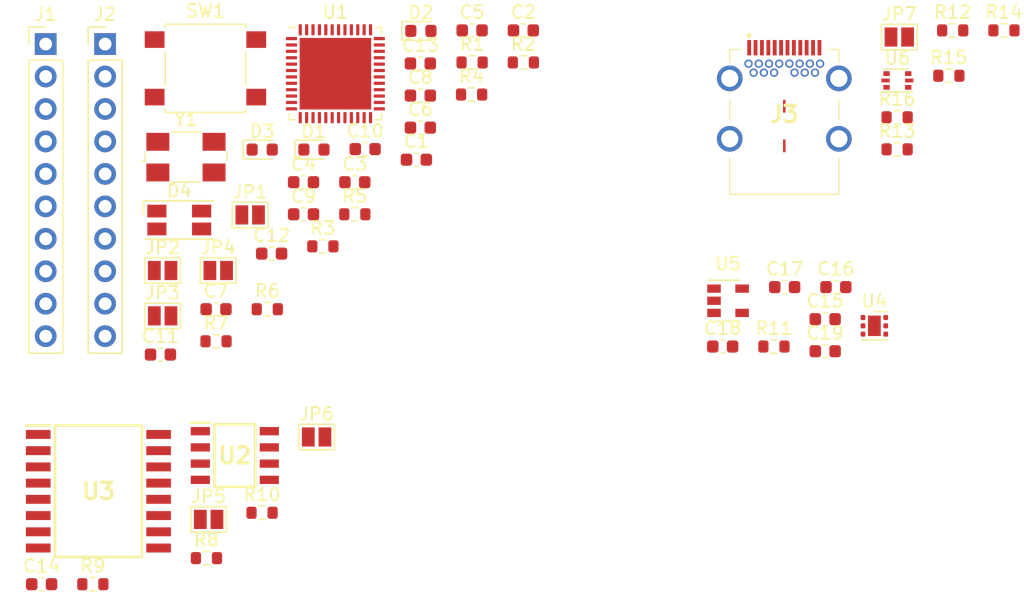
<source format=kicad_pcb>
(kicad_pcb (version 20171130) (host pcbnew "(5.1.12)-1")

  (general
    (thickness 1.6)
    (drawings 0)
    (tracks 0)
    (zones 0)
    (modules 57)
    (nets 74)
  )

  (page A4)
  (layers
    (0 F.Cu signal)
    (31 B.Cu signal)
    (32 B.Adhes user)
    (33 F.Adhes user)
    (34 B.Paste user)
    (35 F.Paste user)
    (36 B.SilkS user)
    (37 F.SilkS user)
    (38 B.Mask user)
    (39 F.Mask user)
    (40 Dwgs.User user)
    (41 Cmts.User user)
    (42 Eco1.User user)
    (43 Eco2.User user)
    (44 Edge.Cuts user)
    (45 Margin user)
    (46 B.CrtYd user)
    (47 F.CrtYd user)
    (48 B.Fab user)
    (49 F.Fab user)
  )

  (setup
    (last_trace_width 0.25)
    (trace_clearance 0.2)
    (zone_clearance 0.508)
    (zone_45_only no)
    (trace_min 0.2)
    (via_size 0.8)
    (via_drill 0.4)
    (via_min_size 0.4)
    (via_min_drill 0.3)
    (uvia_size 0.3)
    (uvia_drill 0.1)
    (uvias_allowed no)
    (uvia_min_size 0.2)
    (uvia_min_drill 0.1)
    (edge_width 0.05)
    (segment_width 0.2)
    (pcb_text_width 0.3)
    (pcb_text_size 1.5 1.5)
    (mod_edge_width 0.12)
    (mod_text_size 1 1)
    (mod_text_width 0.15)
    (pad_size 1.524 1.524)
    (pad_drill 0.762)
    (pad_to_mask_clearance 0)
    (aux_axis_origin 0 0)
    (visible_elements FFFFFF7F)
    (pcbplotparams
      (layerselection 0x010fc_ffffffff)
      (usegerberextensions false)
      (usegerberattributes true)
      (usegerberadvancedattributes true)
      (creategerberjobfile true)
      (excludeedgelayer true)
      (linewidth 0.100000)
      (plotframeref false)
      (viasonmask false)
      (mode 1)
      (useauxorigin false)
      (hpglpennumber 1)
      (hpglpenspeed 20)
      (hpglpendiameter 15.000000)
      (psnegative false)
      (psa4output false)
      (plotreference true)
      (plotvalue true)
      (plotinvisibletext false)
      (padsonsilk false)
      (subtractmaskfromsilk false)
      (outputformat 1)
      (mirror false)
      (drillshape 1)
      (scaleselection 1)
      (outputdirectory ""))
  )

  (net 0 "")
  (net 1 GND)
  (net 2 "Net-(C1-Pad1)")
  (net 3 +3V3)
  (net 4 "Net-(C3-Pad1)")
  (net 5 "Net-(C4-Pad1)")
  (net 6 +1V2)
  (net 7 "Net-(C6-Pad1)")
  (net 8 "Net-(C10-Pad1)")
  (net 9 "Net-(C15-Pad1)")
  (net 10 VIN)
  (net 11 "Net-(D1-Pad2)")
  (net 12 IOT_36b-~LEDR)
  (net 13 "Net-(D2-Pad2)")
  (net 14 IOB_13b-~LEDG)
  (net 15 CDONE)
  (net 16 ~RGB2)
  (net 17 ~RGB1)
  (net 18 ~RGB0)
  (net 19 IOT_39a)
  (net 20 IOT_38b)
  (net 21 IOT_37a)
  (net 22 "Net-(J1-Pad7)")
  (net 23 "Net-(J1-Pad6)")
  (net 24 "Net-(J1-Pad3)")
  (net 25 "Net-(J1-Pad1)")
  (net 26 IOB_5b)
  (net 27 IOB_8a)
  (net 28 IOB_9b)
  (net 29 IOB_16a)
  (net 30 IOB_18a)
  (net 31 IOB_20a)
  (net 32 IOB_22b)
  (net 33 IOB_23b)
  (net 34 IOB_24a)
  (net 35 IOB_25b_G3)
  (net 36 VBUS)
  (net 37 "Net-(J3-PadB8)")
  (net 38 "Net-(J3-PadA7)")
  (net 39 "Net-(J3-PadA6)")
  (net 40 "Net-(J3-PadB5)")
  (net 41 "Net-(J3-PadA8)")
  (net 42 "Net-(J3-PadA5)")
  (net 43 RAM_~CS)
  (net 44 FLASH_~CS)
  (net 45 SPI_~CS)
  (net 46 ~CRESET)
  (net 47 CLK_EN)
  (net 48 ~BTN)
  (net 49 VCCIO_2)
  (net 50 SPI_SCK)
  (net 51 "Net-(R14-Pad2)")
  (net 52 USB_DET)
  (net 53 "Net-(R15-Pad2)")
  (net 54 USB_N)
  (net 55 USB_P)
  (net 56 IOB_4a)
  (net 57 IOB_2a)
  (net 58 IOB_0a)
  (net 59 IOB_3b_G6)
  (net 60 IOT_49a)
  (net 61 IOT_48b)
  (net 62 CLK)
  (net 63 IOT_44b)
  (net 64 IOT_43a)
  (net 65 IOT_42b)
  (net 66 IOT_41a)
  (net 67 SPI_~HLD~-I03)
  (net 68 SPI_~WP~-I02)
  (net 69 SPI_MISO_IO1)
  (net 70 SPI_MOSI-IO0)
  (net 71 "Net-(U4-Pad5)")
  (net 72 "Net-(U4-Pad2)")
  (net 73 "Net-(U5-Pad4)")

  (net_class Default "This is the default net class."
    (clearance 0.2)
    (trace_width 0.25)
    (via_dia 0.8)
    (via_drill 0.4)
    (uvia_dia 0.3)
    (uvia_drill 0.1)
    (add_net +1V2)
    (add_net +3V3)
    (add_net CDONE)
    (add_net CLK)
    (add_net CLK_EN)
    (add_net FLASH_~CS)
    (add_net GND)
    (add_net IOB_0a)
    (add_net IOB_13b-~LEDG)
    (add_net IOB_16a)
    (add_net IOB_18a)
    (add_net IOB_20a)
    (add_net IOB_22b)
    (add_net IOB_23b)
    (add_net IOB_24a)
    (add_net IOB_25b_G3)
    (add_net IOB_2a)
    (add_net IOB_3b_G6)
    (add_net IOB_4a)
    (add_net IOB_5b)
    (add_net IOB_8a)
    (add_net IOB_9b)
    (add_net IOT_36b-~LEDR)
    (add_net IOT_37a)
    (add_net IOT_38b)
    (add_net IOT_39a)
    (add_net IOT_41a)
    (add_net IOT_42b)
    (add_net IOT_43a)
    (add_net IOT_44b)
    (add_net IOT_48b)
    (add_net IOT_49a)
    (add_net "Net-(C1-Pad1)")
    (add_net "Net-(C10-Pad1)")
    (add_net "Net-(C15-Pad1)")
    (add_net "Net-(C3-Pad1)")
    (add_net "Net-(C4-Pad1)")
    (add_net "Net-(C6-Pad1)")
    (add_net "Net-(D1-Pad2)")
    (add_net "Net-(D2-Pad2)")
    (add_net "Net-(J1-Pad1)")
    (add_net "Net-(J1-Pad3)")
    (add_net "Net-(J1-Pad6)")
    (add_net "Net-(J1-Pad7)")
    (add_net "Net-(J3-PadA5)")
    (add_net "Net-(J3-PadA6)")
    (add_net "Net-(J3-PadA7)")
    (add_net "Net-(J3-PadA8)")
    (add_net "Net-(J3-PadB5)")
    (add_net "Net-(J3-PadB8)")
    (add_net "Net-(R14-Pad2)")
    (add_net "Net-(R15-Pad2)")
    (add_net "Net-(U4-Pad2)")
    (add_net "Net-(U4-Pad5)")
    (add_net "Net-(U5-Pad4)")
    (add_net RAM_~CS)
    (add_net SPI_MISO_IO1)
    (add_net SPI_MOSI-IO0)
    (add_net SPI_SCK)
    (add_net SPI_~CS)
    (add_net SPI_~HLD~-I03)
    (add_net SPI_~WP~-I02)
    (add_net USB_DET)
    (add_net USB_N)
    (add_net USB_P)
    (add_net VBUS)
    (add_net VCCIO_2)
    (add_net VIN)
    (add_net ~BTN)
    (add_net ~CRESET)
    (add_net ~RGB0)
    (add_net ~RGB1)
    (add_net ~RGB2)
  )

  (module Crystal:Crystal_SMD_0603-4Pin_6.0x3.5mm (layer F.Cu) (tedit 5A0FD1B2) (tstamp 61A0E1E3)
    (at 122.465 90.8)
    (descr "SMD Crystal SERIES SMD0603/4 http://www.petermann-technik.de/fileadmin/petermann/pdf/SMD0603-4.pdf, 6.0x3.5mm^2 package")
    (tags "SMD SMT crystal")
    (path /619AC485)
    (attr smd)
    (fp_text reference Y1 (at 0 -2.95) (layer F.SilkS)
      (effects (font (size 1 1) (thickness 0.15)))
    )
    (fp_text value 12MHz (at 0 2.95) (layer F.Fab)
      (effects (font (size 1 1) (thickness 0.15)))
    )
    (fp_text user %R (at 0 0) (layer F.Fab)
      (effects (font (size 1 1) (thickness 0.15)))
    )
    (fp_line (start -2.9 -1.75) (end 2.9 -1.75) (layer F.Fab) (width 0.1))
    (fp_line (start 2.9 -1.75) (end 3 -1.65) (layer F.Fab) (width 0.1))
    (fp_line (start 3 -1.65) (end 3 1.65) (layer F.Fab) (width 0.1))
    (fp_line (start 3 1.65) (end 2.9 1.75) (layer F.Fab) (width 0.1))
    (fp_line (start 2.9 1.75) (end -2.9 1.75) (layer F.Fab) (width 0.1))
    (fp_line (start -2.9 1.75) (end -3 1.65) (layer F.Fab) (width 0.1))
    (fp_line (start -3 1.65) (end -3 -1.65) (layer F.Fab) (width 0.1))
    (fp_line (start -3 -1.65) (end -2.9 -1.75) (layer F.Fab) (width 0.1))
    (fp_line (start -3 0.75) (end -2 1.75) (layer F.Fab) (width 0.1))
    (fp_line (start -3.44 0.3) (end -3.2 0.3) (layer F.SilkS) (width 0.12))
    (fp_line (start -3.2 0.3) (end -3.2 -0.3) (layer F.SilkS) (width 0.12))
    (fp_line (start 3.2 -0.3) (end 3.2 0.3) (layer F.SilkS) (width 0.12))
    (fp_line (start -1.1 -1.95) (end 1.1 -1.95) (layer F.SilkS) (width 0.12))
    (fp_line (start 1.1 1.95) (end -1.1 1.95) (layer F.SilkS) (width 0.12))
    (fp_line (start -1.1 1.95) (end -1.1 2.19) (layer F.SilkS) (width 0.12))
    (fp_line (start -3.4 -2.2) (end -3.4 2.2) (layer F.CrtYd) (width 0.05))
    (fp_line (start -3.4 2.2) (end 3.4 2.2) (layer F.CrtYd) (width 0.05))
    (fp_line (start 3.4 2.2) (end 3.4 -2.2) (layer F.CrtYd) (width 0.05))
    (fp_line (start 3.4 -2.2) (end -3.4 -2.2) (layer F.CrtYd) (width 0.05))
    (fp_circle (center 0 0) (end 0.4 0) (layer F.Adhes) (width 0.1))
    (fp_circle (center 0 0) (end 0.333333 0) (layer F.Adhes) (width 0.133333))
    (fp_circle (center 0 0) (end 0.213333 0) (layer F.Adhes) (width 0.133333))
    (fp_circle (center 0 0) (end 0.093333 0) (layer F.Adhes) (width 0.186667))
    (pad 4 smd rect (at -2.2 -1.2) (size 1.8 1.4) (layers F.Cu F.Paste F.Mask)
      (net 3 +3V3))
    (pad 3 smd rect (at 2.2 -1.2) (size 1.8 1.4) (layers F.Cu F.Paste F.Mask)
      (net 62 CLK))
    (pad 2 smd rect (at 2.2 1.2) (size 1.8 1.4) (layers F.Cu F.Paste F.Mask)
      (net 1 GND))
    (pad 1 smd rect (at -2.2 1.2) (size 1.8 1.4) (layers F.Cu F.Paste F.Mask)
      (net 47 CLK_EN))
    (model ${KISYS3DMOD}/Crystal.3dshapes/Crystal_SMD_0603-4Pin_6.0x3.5mm.wrl
      (at (xyz 0 0 0))
      (scale (xyz 1 1 1))
      (rotate (xyz 0 0 0))
    )
  )

  (module Package_TO_SOT_SMD:SOT-666 (layer F.Cu) (tedit 5A02FF57) (tstamp 61A0E1C3)
    (at 178.14 84.8)
    (descr SOT666)
    (tags SOT-666)
    (path /619C47B3/619CABF9)
    (attr smd)
    (fp_text reference U6 (at 0 -1.75) (layer F.SilkS)
      (effects (font (size 1 1) (thickness 0.15)))
    )
    (fp_text value USBLC6-2P6 (at 0 1.75 180) (layer F.Fab)
      (effects (font (size 1 1) (thickness 0.15)))
    )
    (fp_text user %R (at 0 0 90) (layer F.Fab)
      (effects (font (size 0.5 0.5) (thickness 0.075)))
    )
    (fp_line (start -0.65 -0.53) (end -0.33 -0.85) (layer F.Fab) (width 0.1))
    (fp_line (start 0.8 -0.9) (end -1.1 -0.9) (layer F.SilkS) (width 0.12))
    (fp_line (start -0.8 0.9) (end 0.8 0.9) (layer F.SilkS) (width 0.12))
    (fp_line (start -1.5 -1.1) (end 1.5 -1.1) (layer F.CrtYd) (width 0.05))
    (fp_line (start 0.65 -0.85) (end -0.33 -0.85) (layer F.Fab) (width 0.1))
    (fp_line (start -0.65 -0.53) (end -0.65 0.85) (layer F.Fab) (width 0.1))
    (fp_line (start -1.5 1.1) (end 1.5 1.1) (layer F.CrtYd) (width 0.05))
    (fp_line (start 0.65 -0.85) (end 0.65 0.85) (layer F.Fab) (width 0.1))
    (fp_line (start 0.65 0.85) (end -0.65 0.85) (layer F.Fab) (width 0.1))
    (fp_line (start -1.5 -1.1) (end -1.5 1.1) (layer F.CrtYd) (width 0.05))
    (fp_line (start 1.5 1.1) (end 1.5 -1.1) (layer F.CrtYd) (width 0.05))
    (pad 6 smd rect (at 0.85 -0.5375) (size 0.5 0.375) (layers F.Cu F.Paste F.Mask)
      (net 53 "Net-(R15-Pad2)"))
    (pad 4 smd rect (at 0.85 0.5375) (size 0.5 0.375) (layers F.Cu F.Paste F.Mask)
      (net 51 "Net-(R14-Pad2)"))
    (pad 2 smd rect (at -0.925 0) (size 0.65 0.3) (layers F.Cu F.Paste F.Mask)
      (net 1 GND))
    (pad 5 smd rect (at 0.925 0) (size 0.65 0.3) (layers F.Cu F.Paste F.Mask)
      (net 36 VBUS))
    (pad 3 smd rect (at -0.85 0.5375) (size 0.5 0.375) (layers F.Cu F.Paste F.Mask)
      (net 39 "Net-(J3-PadA6)"))
    (pad 1 smd rect (at -0.85 -0.5375) (size 0.5 0.375) (layers F.Cu F.Paste F.Mask)
      (net 38 "Net-(J3-PadA7)"))
    (model ${KISYS3DMOD}/Package_TO_SOT_SMD.3dshapes/SOT-666.wrl
      (at (xyz 0 0 0))
      (scale (xyz 1 1 1))
      (rotate (xyz 0 0 0))
    )
  )

  (module Package_TO_SOT_SMD:SOT-23-5 (layer F.Cu) (tedit 5A02FF57) (tstamp 61A0E1AD)
    (at 164.89 102.04)
    (descr "5-pin SOT23 package")
    (tags SOT-23-5)
    (path /619C4170/619D0C7E)
    (attr smd)
    (fp_text reference U5 (at 0 -2.9) (layer F.SilkS)
      (effects (font (size 1 1) (thickness 0.15)))
    )
    (fp_text value TLV73312PDBV (at 0 2.9) (layer F.Fab)
      (effects (font (size 1 1) (thickness 0.15)))
    )
    (fp_text user %R (at 0 0 90) (layer F.Fab)
      (effects (font (size 0.5 0.5) (thickness 0.075)))
    )
    (fp_line (start -0.9 1.61) (end 0.9 1.61) (layer F.SilkS) (width 0.12))
    (fp_line (start 0.9 -1.61) (end -1.55 -1.61) (layer F.SilkS) (width 0.12))
    (fp_line (start -1.9 -1.8) (end 1.9 -1.8) (layer F.CrtYd) (width 0.05))
    (fp_line (start 1.9 -1.8) (end 1.9 1.8) (layer F.CrtYd) (width 0.05))
    (fp_line (start 1.9 1.8) (end -1.9 1.8) (layer F.CrtYd) (width 0.05))
    (fp_line (start -1.9 1.8) (end -1.9 -1.8) (layer F.CrtYd) (width 0.05))
    (fp_line (start -0.9 -0.9) (end -0.25 -1.55) (layer F.Fab) (width 0.1))
    (fp_line (start 0.9 -1.55) (end -0.25 -1.55) (layer F.Fab) (width 0.1))
    (fp_line (start -0.9 -0.9) (end -0.9 1.55) (layer F.Fab) (width 0.1))
    (fp_line (start 0.9 1.55) (end -0.9 1.55) (layer F.Fab) (width 0.1))
    (fp_line (start 0.9 -1.55) (end 0.9 1.55) (layer F.Fab) (width 0.1))
    (pad 5 smd rect (at 1.1 -0.95) (size 1.06 0.65) (layers F.Cu F.Paste F.Mask)
      (net 6 +1V2))
    (pad 4 smd rect (at 1.1 0.95) (size 1.06 0.65) (layers F.Cu F.Paste F.Mask)
      (net 73 "Net-(U5-Pad4)"))
    (pad 3 smd rect (at -1.1 0.95) (size 1.06 0.65) (layers F.Cu F.Paste F.Mask)
      (net 10 VIN))
    (pad 2 smd rect (at -1.1 0) (size 1.06 0.65) (layers F.Cu F.Paste F.Mask)
      (net 1 GND))
    (pad 1 smd rect (at -1.1 -0.95) (size 1.06 0.65) (layers F.Cu F.Paste F.Mask)
      (net 10 VIN))
    (model ${KISYS3DMOD}/Package_TO_SOT_SMD.3dshapes/SOT-23-5.wrl
      (at (xyz 0 0 0))
      (scale (xyz 1 1 1))
      (rotate (xyz 0 0 0))
    )
  )

  (module Package_SON:WSON-6-1EP_2x2mm_P0.65mm_EP1x1.6mm (layer F.Cu) (tedit 5DC5FB10) (tstamp 61A0E198)
    (at 176.34 104)
    (descr "WSON, 6 Pin (http://www.ti.com/lit/ds/symlink/tps61040.pdf#page=35), generated with kicad-footprint-generator ipc_noLead_generator.py")
    (tags "WSON NoLead")
    (path /619C4170/619D0C84)
    (attr smd)
    (fp_text reference U4 (at 0 -1.95) (layer F.SilkS)
      (effects (font (size 1 1) (thickness 0.15)))
    )
    (fp_text value TLV75533PDRV (at 0 1.95) (layer F.Fab)
      (effects (font (size 1 1) (thickness 0.15)))
    )
    (fp_text user %R (at 0 0) (layer F.Fab)
      (effects (font (size 0.5 0.5) (thickness 0.08)))
    )
    (fp_line (start 0 -1.11) (end 1 -1.11) (layer F.SilkS) (width 0.12))
    (fp_line (start -1 1.11) (end 1 1.11) (layer F.SilkS) (width 0.12))
    (fp_line (start -0.5 -1) (end 1 -1) (layer F.Fab) (width 0.1))
    (fp_line (start 1 -1) (end 1 1) (layer F.Fab) (width 0.1))
    (fp_line (start 1 1) (end -1 1) (layer F.Fab) (width 0.1))
    (fp_line (start -1 1) (end -1 -0.5) (layer F.Fab) (width 0.1))
    (fp_line (start -1 -0.5) (end -0.5 -1) (layer F.Fab) (width 0.1))
    (fp_line (start -1.32 -1.25) (end -1.32 1.25) (layer F.CrtYd) (width 0.05))
    (fp_line (start -1.32 1.25) (end 1.32 1.25) (layer F.CrtYd) (width 0.05))
    (fp_line (start 1.32 1.25) (end 1.32 -1.25) (layer F.CrtYd) (width 0.05))
    (fp_line (start 1.32 -1.25) (end -1.32 -1.25) (layer F.CrtYd) (width 0.05))
    (pad "" smd roundrect (at 0 0.4) (size 0.81 0.64) (layers F.Paste) (roundrect_rratio 0.25))
    (pad "" smd roundrect (at 0 -0.4) (size 0.81 0.64) (layers F.Paste) (roundrect_rratio 0.25))
    (pad 7 smd rect (at 0 0) (size 1 1.6) (layers F.Cu F.Mask)
      (net 1 GND))
    (pad 6 smd roundrect (at 0.8875 -0.65) (size 0.375 0.4) (layers F.Cu F.Paste F.Mask) (roundrect_rratio 0.25)
      (net 10 VIN))
    (pad 5 smd roundrect (at 0.8875 0) (size 0.375 0.4) (layers F.Cu F.Paste F.Mask) (roundrect_rratio 0.25)
      (net 71 "Net-(U4-Pad5)"))
    (pad 4 smd roundrect (at 0.8875 0.65) (size 0.375 0.4) (layers F.Cu F.Paste F.Mask) (roundrect_rratio 0.25)
      (net 9 "Net-(C15-Pad1)"))
    (pad 3 smd roundrect (at -0.8875 0.65) (size 0.375 0.4) (layers F.Cu F.Paste F.Mask) (roundrect_rratio 0.25)
      (net 1 GND))
    (pad 2 smd roundrect (at -0.8875 0) (size 0.375 0.4) (layers F.Cu F.Paste F.Mask) (roundrect_rratio 0.25)
      (net 72 "Net-(U4-Pad2)"))
    (pad 1 smd roundrect (at -0.8875 -0.65) (size 0.375 0.4) (layers F.Cu F.Paste F.Mask) (roundrect_rratio 0.25)
      (net 3 +3V3))
    (model ${KISYS3DMOD}/Package_SON.3dshapes/WSON-6-1EP_2x2mm_P0.65mm_EP1x1.6mm.wrl
      (at (xyz 0 0 0))
      (scale (xyz 1 1 1))
      (rotate (xyz 0 0 0))
    )
  )

  (module W25Q128JVx:SOIC127P1032X264-16N (layer F.Cu) (tedit 0) (tstamp 61A0E17F)
    (at 115.615 116.945)
    (descr "16-Pin SOIC_1")
    (tags "Integrated Circuit")
    (path /619C3B29/61A04D3B)
    (attr smd)
    (fp_text reference U3 (at 0 0) (layer F.SilkS)
      (effects (font (size 1.27 1.27) (thickness 0.254)))
    )
    (fp_text value W25Q128JVxxM (at 0 0) (layer F.SilkS) hide
      (effects (font (size 1.27 1.27) (thickness 0.254)))
    )
    (fp_text user %R (at 0 0) (layer F.Fab)
      (effects (font (size 1.27 1.27) (thickness 0.254)))
    )
    (fp_line (start -5.925 -5.495) (end 5.925 -5.495) (layer F.CrtYd) (width 0.05))
    (fp_line (start 5.925 -5.495) (end 5.925 5.495) (layer F.CrtYd) (width 0.05))
    (fp_line (start 5.925 5.495) (end -5.925 5.495) (layer F.CrtYd) (width 0.05))
    (fp_line (start -5.925 5.495) (end -5.925 -5.495) (layer F.CrtYd) (width 0.05))
    (fp_line (start -3.745 -5.142) (end 3.745 -5.142) (layer F.Fab) (width 0.1))
    (fp_line (start 3.745 -5.142) (end 3.745 5.142) (layer F.Fab) (width 0.1))
    (fp_line (start 3.745 5.142) (end -3.745 5.142) (layer F.Fab) (width 0.1))
    (fp_line (start -3.745 5.142) (end -3.745 -5.142) (layer F.Fab) (width 0.1))
    (fp_line (start -3.745 -3.872) (end -2.475 -5.142) (layer F.Fab) (width 0.1))
    (fp_line (start -3.395 -5.142) (end 3.395 -5.142) (layer F.SilkS) (width 0.2))
    (fp_line (start 3.395 -5.142) (end 3.395 5.142) (layer F.SilkS) (width 0.2))
    (fp_line (start 3.395 5.142) (end -3.395 5.142) (layer F.SilkS) (width 0.2))
    (fp_line (start -3.395 5.142) (end -3.395 -5.142) (layer F.SilkS) (width 0.2))
    (fp_line (start -5.675 -5.145) (end -3.745 -5.145) (layer F.SilkS) (width 0.2))
    (pad 16 smd rect (at 4.71 -4.445 90) (size 0.7 1.93) (layers F.Cu F.Paste F.Mask))
    (pad 15 smd rect (at 4.71 -3.175 90) (size 0.7 1.93) (layers F.Cu F.Paste F.Mask))
    (pad 14 smd rect (at 4.71 -1.905 90) (size 0.7 1.93) (layers F.Cu F.Paste F.Mask))
    (pad 13 smd rect (at 4.71 -0.635 90) (size 0.7 1.93) (layers F.Cu F.Paste F.Mask))
    (pad 12 smd rect (at 4.71 0.635 90) (size 0.7 1.93) (layers F.Cu F.Paste F.Mask))
    (pad 11 smd rect (at 4.71 1.905 90) (size 0.7 1.93) (layers F.Cu F.Paste F.Mask))
    (pad 10 smd rect (at 4.71 3.175 90) (size 0.7 1.93) (layers F.Cu F.Paste F.Mask))
    (pad 9 smd rect (at 4.71 4.445 90) (size 0.7 1.93) (layers F.Cu F.Paste F.Mask))
    (pad 8 smd rect (at -4.71 4.445 90) (size 0.7 1.93) (layers F.Cu F.Paste F.Mask)
      (net 3 +3V3))
    (pad 7 smd rect (at -4.71 3.175 90) (size 0.7 1.93) (layers F.Cu F.Paste F.Mask)
      (net 67 SPI_~HLD~-I03))
    (pad 6 smd rect (at -4.71 1.905 90) (size 0.7 1.93) (layers F.Cu F.Paste F.Mask)
      (net 50 SPI_SCK))
    (pad 5 smd rect (at -4.71 0.635 90) (size 0.7 1.93) (layers F.Cu F.Paste F.Mask)
      (net 70 SPI_MOSI-IO0))
    (pad 4 smd rect (at -4.71 -0.635 90) (size 0.7 1.93) (layers F.Cu F.Paste F.Mask)
      (net 1 GND))
    (pad 3 smd rect (at -4.71 -1.905 90) (size 0.7 1.93) (layers F.Cu F.Paste F.Mask)
      (net 68 SPI_~WP~-I02))
    (pad 2 smd rect (at -4.71 -3.175 90) (size 0.7 1.93) (layers F.Cu F.Paste F.Mask)
      (net 69 SPI_MISO_IO1))
    (pad 1 smd rect (at -4.71 -4.445 90) (size 0.7 1.93) (layers F.Cu F.Paste F.Mask)
      (net 44 FLASH_~CS))
    (model W25Q128JVFIM.stp
      (at (xyz 0 0 0))
      (scale (xyz 1 1 1))
      (rotate (xyz 0 0 0))
    )
  )

  (module LY68L6400:SOIC127P600X175-8N (layer F.Cu) (tedit 0) (tstamp 61A0E15C)
    (at 126.29 114.15)
    (descr "8-pin (150mil) SOP")
    (tags "Integrated Circuit")
    (path /619C3B29/61A047CA)
    (attr smd)
    (fp_text reference U2 (at 0 0) (layer F.SilkS)
      (effects (font (size 1.27 1.27) (thickness 0.254)))
    )
    (fp_text value LY68L6400 (at 0 0) (layer F.SilkS) hide
      (effects (font (size 1.27 1.27) (thickness 0.254)))
    )
    (fp_text user %R (at 0 0) (layer F.Fab)
      (effects (font (size 1.27 1.27) (thickness 0.254)))
    )
    (fp_line (start -3.7 -2.7) (end 3.7 -2.7) (layer F.CrtYd) (width 0.05))
    (fp_line (start 3.7 -2.7) (end 3.7 2.7) (layer F.CrtYd) (width 0.05))
    (fp_line (start 3.7 2.7) (end -3.7 2.7) (layer F.CrtYd) (width 0.05))
    (fp_line (start -3.7 2.7) (end -3.7 -2.7) (layer F.CrtYd) (width 0.05))
    (fp_line (start -1.95 -2.45) (end 1.95 -2.45) (layer F.Fab) (width 0.1))
    (fp_line (start 1.95 -2.45) (end 1.95 2.45) (layer F.Fab) (width 0.1))
    (fp_line (start 1.95 2.45) (end -1.95 2.45) (layer F.Fab) (width 0.1))
    (fp_line (start -1.95 2.45) (end -1.95 -2.45) (layer F.Fab) (width 0.1))
    (fp_line (start -1.95 -1.18) (end -0.68 -2.45) (layer F.Fab) (width 0.1))
    (fp_line (start -1.6 -2.45) (end 1.6 -2.45) (layer F.SilkS) (width 0.2))
    (fp_line (start 1.6 -2.45) (end 1.6 2.45) (layer F.SilkS) (width 0.2))
    (fp_line (start 1.6 2.45) (end -1.6 2.45) (layer F.SilkS) (width 0.2))
    (fp_line (start -1.6 2.45) (end -1.6 -2.45) (layer F.SilkS) (width 0.2))
    (fp_line (start -3.45 -2.58) (end -1.95 -2.58) (layer F.SilkS) (width 0.2))
    (pad 8 smd rect (at 2.7 -1.905 90) (size 0.65 1.5) (layers F.Cu F.Paste F.Mask)
      (net 3 +3V3))
    (pad 7 smd rect (at 2.7 -0.635 90) (size 0.65 1.5) (layers F.Cu F.Paste F.Mask)
      (net 67 SPI_~HLD~-I03))
    (pad 6 smd rect (at 2.7 0.635 90) (size 0.65 1.5) (layers F.Cu F.Paste F.Mask)
      (net 50 SPI_SCK))
    (pad 5 smd rect (at 2.7 1.905 90) (size 0.65 1.5) (layers F.Cu F.Paste F.Mask)
      (net 70 SPI_MOSI-IO0))
    (pad 4 smd rect (at -2.7 1.905 90) (size 0.65 1.5) (layers F.Cu F.Paste F.Mask)
      (net 1 GND))
    (pad 3 smd rect (at -2.7 0.635 90) (size 0.65 1.5) (layers F.Cu F.Paste F.Mask)
      (net 68 SPI_~WP~-I02))
    (pad 2 smd rect (at -2.7 -0.635 90) (size 0.65 1.5) (layers F.Cu F.Paste F.Mask)
      (net 69 SPI_MISO_IO1))
    (pad 1 smd rect (at -2.7 -1.905 90) (size 0.65 1.5) (layers F.Cu F.Paste F.Mask)
      (net 43 RAM_~CS))
    (model LY68L6400SLIT.stp
      (at (xyz 0 0 0))
      (scale (xyz 1 1 1))
      (rotate (xyz 0 0 0))
    )
  )

  (module Package_DFN_QFN:QFN-48-1EP_7x7mm_P0.5mm_EP5.6x5.6mm (layer F.Cu) (tedit 5DC5F6A5) (tstamp 61A0E141)
    (at 134.16 84.27)
    (descr "QFN, 48 Pin (http://www.st.com/resource/en/datasheet/stm32f042k6.pdf#page=94), generated with kicad-footprint-generator ipc_noLead_generator.py")
    (tags "QFN NoLead")
    (path /619A730C)
    (attr smd)
    (fp_text reference U1 (at 0 -4.82) (layer F.SilkS)
      (effects (font (size 1 1) (thickness 0.15)))
    )
    (fp_text value ICE40UP5K-SG48ITR (at 0 4.82) (layer F.Fab)
      (effects (font (size 1 1) (thickness 0.15)))
    )
    (fp_text user %R (at 0 0) (layer F.Fab)
      (effects (font (size 1 1) (thickness 0.15)))
    )
    (fp_line (start 3.135 -3.61) (end 3.61 -3.61) (layer F.SilkS) (width 0.12))
    (fp_line (start 3.61 -3.61) (end 3.61 -3.135) (layer F.SilkS) (width 0.12))
    (fp_line (start -3.135 3.61) (end -3.61 3.61) (layer F.SilkS) (width 0.12))
    (fp_line (start -3.61 3.61) (end -3.61 3.135) (layer F.SilkS) (width 0.12))
    (fp_line (start 3.135 3.61) (end 3.61 3.61) (layer F.SilkS) (width 0.12))
    (fp_line (start 3.61 3.61) (end 3.61 3.135) (layer F.SilkS) (width 0.12))
    (fp_line (start -3.135 -3.61) (end -3.61 -3.61) (layer F.SilkS) (width 0.12))
    (fp_line (start -2.5 -3.5) (end 3.5 -3.5) (layer F.Fab) (width 0.1))
    (fp_line (start 3.5 -3.5) (end 3.5 3.5) (layer F.Fab) (width 0.1))
    (fp_line (start 3.5 3.5) (end -3.5 3.5) (layer F.Fab) (width 0.1))
    (fp_line (start -3.5 3.5) (end -3.5 -2.5) (layer F.Fab) (width 0.1))
    (fp_line (start -3.5 -2.5) (end -2.5 -3.5) (layer F.Fab) (width 0.1))
    (fp_line (start -4.12 -4.12) (end -4.12 4.12) (layer F.CrtYd) (width 0.05))
    (fp_line (start -4.12 4.12) (end 4.12 4.12) (layer F.CrtYd) (width 0.05))
    (fp_line (start 4.12 4.12) (end 4.12 -4.12) (layer F.CrtYd) (width 0.05))
    (fp_line (start 4.12 -4.12) (end -4.12 -4.12) (layer F.CrtYd) (width 0.05))
    (pad "" smd roundrect (at 2.1 2.1) (size 1.13 1.13) (layers F.Paste) (roundrect_rratio 0.221239))
    (pad "" smd roundrect (at 2.1 0.7) (size 1.13 1.13) (layers F.Paste) (roundrect_rratio 0.221239))
    (pad "" smd roundrect (at 2.1 -0.7) (size 1.13 1.13) (layers F.Paste) (roundrect_rratio 0.221239))
    (pad "" smd roundrect (at 2.1 -2.1) (size 1.13 1.13) (layers F.Paste) (roundrect_rratio 0.221239))
    (pad "" smd roundrect (at 0.7 2.1) (size 1.13 1.13) (layers F.Paste) (roundrect_rratio 0.221239))
    (pad "" smd roundrect (at 0.7 0.7) (size 1.13 1.13) (layers F.Paste) (roundrect_rratio 0.221239))
    (pad "" smd roundrect (at 0.7 -0.7) (size 1.13 1.13) (layers F.Paste) (roundrect_rratio 0.221239))
    (pad "" smd roundrect (at 0.7 -2.1) (size 1.13 1.13) (layers F.Paste) (roundrect_rratio 0.221239))
    (pad "" smd roundrect (at -0.7 2.1) (size 1.13 1.13) (layers F.Paste) (roundrect_rratio 0.221239))
    (pad "" smd roundrect (at -0.7 0.7) (size 1.13 1.13) (layers F.Paste) (roundrect_rratio 0.221239))
    (pad "" smd roundrect (at -0.7 -0.7) (size 1.13 1.13) (layers F.Paste) (roundrect_rratio 0.221239))
    (pad "" smd roundrect (at -0.7 -2.1) (size 1.13 1.13) (layers F.Paste) (roundrect_rratio 0.221239))
    (pad "" smd roundrect (at -2.1 2.1) (size 1.13 1.13) (layers F.Paste) (roundrect_rratio 0.221239))
    (pad "" smd roundrect (at -2.1 0.7) (size 1.13 1.13) (layers F.Paste) (roundrect_rratio 0.221239))
    (pad "" smd roundrect (at -2.1 -0.7) (size 1.13 1.13) (layers F.Paste) (roundrect_rratio 0.221239))
    (pad "" smd roundrect (at -2.1 -2.1) (size 1.13 1.13) (layers F.Paste) (roundrect_rratio 0.221239))
    (pad 49 smd rect (at 0 0) (size 5.6 5.6) (layers F.Cu F.Mask)
      (net 1 GND))
    (pad 48 smd roundrect (at -2.75 -3.4375) (size 0.25 0.875) (layers F.Cu F.Paste F.Mask) (roundrect_rratio 0.25)
      (net 56 IOB_4a))
    (pad 47 smd roundrect (at -2.25 -3.4375) (size 0.25 0.875) (layers F.Cu F.Paste F.Mask) (roundrect_rratio 0.25)
      (net 57 IOB_2a))
    (pad 46 smd roundrect (at -1.75 -3.4375) (size 0.25 0.875) (layers F.Cu F.Paste F.Mask) (roundrect_rratio 0.25)
      (net 58 IOB_0a))
    (pad 45 smd roundrect (at -1.25 -3.4375) (size 0.25 0.875) (layers F.Cu F.Paste F.Mask) (roundrect_rratio 0.25)
      (net 26 IOB_5b))
    (pad 44 smd roundrect (at -0.75 -3.4375) (size 0.25 0.875) (layers F.Cu F.Paste F.Mask) (roundrect_rratio 0.25)
      (net 59 IOB_3b_G6))
    (pad 43 smd roundrect (at -0.25 -3.4375) (size 0.25 0.875) (layers F.Cu F.Paste F.Mask) (roundrect_rratio 0.25)
      (net 60 IOT_49a))
    (pad 42 smd roundrect (at 0.25 -3.4375) (size 0.25 0.875) (layers F.Cu F.Paste F.Mask) (roundrect_rratio 0.25)
      (net 55 USB_P))
    (pad 41 smd roundrect (at 0.75 -3.4375) (size 0.25 0.875) (layers F.Cu F.Paste F.Mask) (roundrect_rratio 0.25)
      (net 16 ~RGB2))
    (pad 40 smd roundrect (at 1.25 -3.4375) (size 0.25 0.875) (layers F.Cu F.Paste F.Mask) (roundrect_rratio 0.25)
      (net 17 ~RGB1))
    (pad 39 smd roundrect (at 1.75 -3.4375) (size 0.25 0.875) (layers F.Cu F.Paste F.Mask) (roundrect_rratio 0.25)
      (net 18 ~RGB0))
    (pad 38 smd roundrect (at 2.25 -3.4375) (size 0.25 0.875) (layers F.Cu F.Paste F.Mask) (roundrect_rratio 0.25)
      (net 54 USB_N))
    (pad 37 smd roundrect (at 2.75 -3.4375) (size 0.25 0.875) (layers F.Cu F.Paste F.Mask) (roundrect_rratio 0.25)
      (net 52 USB_DET))
    (pad 36 smd roundrect (at 3.4375 -2.75) (size 0.875 0.25) (layers F.Cu F.Paste F.Mask) (roundrect_rratio 0.25)
      (net 61 IOT_48b))
    (pad 35 smd roundrect (at 3.4375 -2.25) (size 0.875 0.25) (layers F.Cu F.Paste F.Mask) (roundrect_rratio 0.25)
      (net 62 CLK))
    (pad 34 smd roundrect (at 3.4375 -1.75) (size 0.875 0.25) (layers F.Cu F.Paste F.Mask) (roundrect_rratio 0.25)
      (net 63 IOT_44b))
    (pad 33 smd roundrect (at 3.4375 -1.25) (size 0.875 0.25) (layers F.Cu F.Paste F.Mask) (roundrect_rratio 0.25)
      (net 2 "Net-(C1-Pad1)"))
    (pad 32 smd roundrect (at 3.4375 -0.75) (size 0.875 0.25) (layers F.Cu F.Paste F.Mask) (roundrect_rratio 0.25)
      (net 64 IOT_43a))
    (pad 31 smd roundrect (at 3.4375 -0.25) (size 0.875 0.25) (layers F.Cu F.Paste F.Mask) (roundrect_rratio 0.25)
      (net 65 IOT_42b))
    (pad 30 smd roundrect (at 3.4375 0.25) (size 0.875 0.25) (layers F.Cu F.Paste F.Mask) (roundrect_rratio 0.25)
      (net 6 +1V2))
    (pad 29 smd roundrect (at 3.4375 0.75) (size 0.875 0.25) (layers F.Cu F.Paste F.Mask) (roundrect_rratio 0.25)
      (net 8 "Net-(C10-Pad1)"))
    (pad 28 smd roundrect (at 3.4375 1.25) (size 0.875 0.25) (layers F.Cu F.Paste F.Mask) (roundrect_rratio 0.25)
      (net 66 IOT_41a))
    (pad 27 smd roundrect (at 3.4375 1.75) (size 0.875 0.25) (layers F.Cu F.Paste F.Mask) (roundrect_rratio 0.25)
      (net 20 IOT_38b))
    (pad 26 smd roundrect (at 3.4375 2.25) (size 0.875 0.25) (layers F.Cu F.Paste F.Mask) (roundrect_rratio 0.25)
      (net 19 IOT_39a))
    (pad 25 smd roundrect (at 3.4375 2.75) (size 0.875 0.25) (layers F.Cu F.Paste F.Mask) (roundrect_rratio 0.25)
      (net 12 IOT_36b-~LEDR))
    (pad 24 smd roundrect (at 2.75 3.4375) (size 0.25 0.875) (layers F.Cu F.Paste F.Mask) (roundrect_rratio 0.25)
      (net 7 "Net-(C6-Pad1)"))
    (pad 23 smd roundrect (at 2.25 3.4375) (size 0.25 0.875) (layers F.Cu F.Paste F.Mask) (roundrect_rratio 0.25)
      (net 21 IOT_37a))
    (pad 22 smd roundrect (at 1.75 3.4375) (size 0.25 0.875) (layers F.Cu F.Paste F.Mask) (roundrect_rratio 0.25)
      (net 4 "Net-(C3-Pad1)"))
    (pad 21 smd roundrect (at 1.25 3.4375) (size 0.25 0.875) (layers F.Cu F.Paste F.Mask) (roundrect_rratio 0.25)
      (net 33 IOB_23b))
    (pad 20 smd roundrect (at 0.75 3.4375) (size 0.25 0.875) (layers F.Cu F.Paste F.Mask) (roundrect_rratio 0.25)
      (net 35 IOB_25b_G3))
    (pad 19 smd roundrect (at 0.25 3.4375) (size 0.25 0.875) (layers F.Cu F.Paste F.Mask) (roundrect_rratio 0.25)
      (net 67 SPI_~HLD~-I03))
    (pad 18 smd roundrect (at -0.25 3.4375) (size 0.25 0.875) (layers F.Cu F.Paste F.Mask) (roundrect_rratio 0.25)
      (net 68 SPI_~WP~-I02))
    (pad 17 smd roundrect (at -0.75 3.4375) (size 0.25 0.875) (layers F.Cu F.Paste F.Mask) (roundrect_rratio 0.25)
      (net 69 SPI_MISO_IO1))
    (pad 16 smd roundrect (at -1.25 3.4375) (size 0.25 0.875) (layers F.Cu F.Paste F.Mask) (roundrect_rratio 0.25)
      (net 45 SPI_~CS))
    (pad 15 smd roundrect (at -1.75 3.4375) (size 0.25 0.875) (layers F.Cu F.Paste F.Mask) (roundrect_rratio 0.25)
      (net 50 SPI_SCK))
    (pad 14 smd roundrect (at -2.25 3.4375) (size 0.25 0.875) (layers F.Cu F.Paste F.Mask) (roundrect_rratio 0.25)
      (net 70 SPI_MOSI-IO0))
    (pad 13 smd roundrect (at -2.75 3.4375) (size 0.25 0.875) (layers F.Cu F.Paste F.Mask) (roundrect_rratio 0.25)
      (net 34 IOB_24a))
    (pad 12 smd roundrect (at -3.4375 2.75) (size 0.875 0.25) (layers F.Cu F.Paste F.Mask) (roundrect_rratio 0.25)
      (net 32 IOB_22b))
    (pad 11 smd roundrect (at -3.4375 2.25) (size 0.875 0.25) (layers F.Cu F.Paste F.Mask) (roundrect_rratio 0.25)
      (net 31 IOB_20a))
    (pad 10 smd roundrect (at -3.4375 1.75) (size 0.875 0.25) (layers F.Cu F.Paste F.Mask) (roundrect_rratio 0.25)
      (net 30 IOB_18a))
    (pad 9 smd roundrect (at -3.4375 1.25) (size 0.875 0.25) (layers F.Cu F.Paste F.Mask) (roundrect_rratio 0.25)
      (net 29 IOB_16a))
    (pad 8 smd roundrect (at -3.4375 0.75) (size 0.875 0.25) (layers F.Cu F.Paste F.Mask) (roundrect_rratio 0.25)
      (net 46 ~CRESET))
    (pad 7 smd roundrect (at -3.4375 0.25) (size 0.875 0.25) (layers F.Cu F.Paste F.Mask) (roundrect_rratio 0.25)
      (net 15 CDONE))
    (pad 6 smd roundrect (at -3.4375 -0.25) (size 0.875 0.25) (layers F.Cu F.Paste F.Mask) (roundrect_rratio 0.25)
      (net 14 IOB_13b-~LEDG))
    (pad 5 smd roundrect (at -3.4375 -0.75) (size 0.875 0.25) (layers F.Cu F.Paste F.Mask) (roundrect_rratio 0.25)
      (net 6 +1V2))
    (pad 4 smd roundrect (at -3.4375 -1.25) (size 0.875 0.25) (layers F.Cu F.Paste F.Mask) (roundrect_rratio 0.25)
      (net 27 IOB_8a))
    (pad 3 smd roundrect (at -3.4375 -1.75) (size 0.875 0.25) (layers F.Cu F.Paste F.Mask) (roundrect_rratio 0.25)
      (net 28 IOB_9b))
    (pad 2 smd roundrect (at -3.4375 -2.25) (size 0.875 0.25) (layers F.Cu F.Paste F.Mask) (roundrect_rratio 0.25)
      (net 48 ~BTN))
    (pad 1 smd roundrect (at -3.4375 -2.75) (size 0.875 0.25) (layers F.Cu F.Paste F.Mask) (roundrect_rratio 0.25)
      (net 5 "Net-(C4-Pad1)"))
    (model ${KISYS3DMOD}/Package_DFN_QFN.3dshapes/QFN-48-1EP_7x7mm_P0.5mm_EP5.6x5.6mm.wrl
      (at (xyz 0 0 0))
      (scale (xyz 1 1 1))
      (rotate (xyz 0 0 0))
    )
  )

  (module Button_Switch_SMD:SW_SPST_B3S-1000 (layer F.Cu) (tedit 5A02FC95) (tstamp 61A0E0EB)
    (at 123.99 83.85)
    (descr "Surface Mount Tactile Switch for High-Density Packaging")
    (tags "Tactile Switch")
    (path /619ADD90)
    (attr smd)
    (fp_text reference SW1 (at 0 -4.5) (layer F.SilkS)
      (effects (font (size 1 1) (thickness 0.15)))
    )
    (fp_text value "SPST Switch" (at 0 4.5) (layer F.Fab)
      (effects (font (size 1 1) (thickness 0.15)))
    )
    (fp_text user %R (at 0 -4.5) (layer F.Fab)
      (effects (font (size 1 1) (thickness 0.15)))
    )
    (fp_line (start -5 3.7) (end 5 3.7) (layer F.CrtYd) (width 0.05))
    (fp_line (start 5 3.7) (end 5 -3.7) (layer F.CrtYd) (width 0.05))
    (fp_line (start 5 -3.7) (end -5 -3.7) (layer F.CrtYd) (width 0.05))
    (fp_line (start -5 -3.7) (end -5 3.7) (layer F.CrtYd) (width 0.05))
    (fp_line (start -3.15 -3.2) (end -3.15 -3.45) (layer F.SilkS) (width 0.12))
    (fp_line (start -3.15 -3.45) (end 3.15 -3.45) (layer F.SilkS) (width 0.12))
    (fp_line (start 3.15 -3.45) (end 3.15 -3.2) (layer F.SilkS) (width 0.12))
    (fp_line (start -3.15 1.3) (end -3.15 -1.3) (layer F.SilkS) (width 0.12))
    (fp_line (start 3.15 3.2) (end 3.15 3.45) (layer F.SilkS) (width 0.12))
    (fp_line (start 3.15 3.45) (end -3.15 3.45) (layer F.SilkS) (width 0.12))
    (fp_line (start -3.15 3.45) (end -3.15 3.2) (layer F.SilkS) (width 0.12))
    (fp_line (start 3.15 -1.3) (end 3.15 1.3) (layer F.SilkS) (width 0.12))
    (fp_circle (center 0 0) (end 1.65 0) (layer F.Fab) (width 0.1))
    (fp_line (start -3 -3.3) (end 3 -3.3) (layer F.Fab) (width 0.1))
    (fp_line (start 3 -3.3) (end 3 3.3) (layer F.Fab) (width 0.1))
    (fp_line (start 3 3.3) (end -3 3.3) (layer F.Fab) (width 0.1))
    (fp_line (start -3 3.3) (end -3 -3.3) (layer F.Fab) (width 0.1))
    (pad 2 smd rect (at 3.975 2.25) (size 1.55 1.3) (layers F.Cu F.Paste F.Mask)
      (net 48 ~BTN))
    (pad 2 smd rect (at -3.975 2.25) (size 1.55 1.3) (layers F.Cu F.Paste F.Mask)
      (net 48 ~BTN))
    (pad 1 smd rect (at 3.975 -2.25) (size 1.55 1.3) (layers F.Cu F.Paste F.Mask)
      (net 1 GND))
    (pad 1 smd rect (at -3.975 -2.25) (size 1.55 1.3) (layers F.Cu F.Paste F.Mask)
      (net 1 GND))
    (model ${KISYS3DMOD}/Button_Switch_SMD.3dshapes/SW_SPST_B3S-1000.wrl
      (at (xyz 0 0 0))
      (scale (xyz 1 1 1))
      (rotate (xyz 0 0 0))
    )
  )

  (module Resistor_SMD:R_0603_1608Metric (layer F.Cu) (tedit 5F68FEEE) (tstamp 61A0E0D1)
    (at 178.12 87.68)
    (descr "Resistor SMD 0603 (1608 Metric), square (rectangular) end terminal, IPC_7351 nominal, (Body size source: IPC-SM-782 page 72, https://www.pcb-3d.com/wordpress/wp-content/uploads/ipc-sm-782a_amendment_1_and_2.pdf), generated with kicad-footprint-generator")
    (tags resistor)
    (path /619C47B3/61AF61D5)
    (attr smd)
    (fp_text reference R16 (at 0 -1.43) (layer F.SilkS)
      (effects (font (size 1 1) (thickness 0.15)))
    )
    (fp_text value 22e (at 0 1.43) (layer F.Fab)
      (effects (font (size 1 1) (thickness 0.15)))
    )
    (fp_text user %R (at 0 0) (layer F.Fab)
      (effects (font (size 0.4 0.4) (thickness 0.06)))
    )
    (fp_line (start -0.8 0.4125) (end -0.8 -0.4125) (layer F.Fab) (width 0.1))
    (fp_line (start -0.8 -0.4125) (end 0.8 -0.4125) (layer F.Fab) (width 0.1))
    (fp_line (start 0.8 -0.4125) (end 0.8 0.4125) (layer F.Fab) (width 0.1))
    (fp_line (start 0.8 0.4125) (end -0.8 0.4125) (layer F.Fab) (width 0.1))
    (fp_line (start -0.237258 -0.5225) (end 0.237258 -0.5225) (layer F.SilkS) (width 0.12))
    (fp_line (start -0.237258 0.5225) (end 0.237258 0.5225) (layer F.SilkS) (width 0.12))
    (fp_line (start -1.48 0.73) (end -1.48 -0.73) (layer F.CrtYd) (width 0.05))
    (fp_line (start -1.48 -0.73) (end 1.48 -0.73) (layer F.CrtYd) (width 0.05))
    (fp_line (start 1.48 -0.73) (end 1.48 0.73) (layer F.CrtYd) (width 0.05))
    (fp_line (start 1.48 0.73) (end -1.48 0.73) (layer F.CrtYd) (width 0.05))
    (pad 2 smd roundrect (at 0.825 0) (size 0.8 0.95) (layers F.Cu F.Paste F.Mask) (roundrect_rratio 0.25)
      (net 51 "Net-(R14-Pad2)"))
    (pad 1 smd roundrect (at -0.825 0) (size 0.8 0.95) (layers F.Cu F.Paste F.Mask) (roundrect_rratio 0.25)
      (net 55 USB_P))
    (model ${KISYS3DMOD}/Resistor_SMD.3dshapes/R_0603_1608Metric.wrl
      (at (xyz 0 0 0))
      (scale (xyz 1 1 1))
      (rotate (xyz 0 0 0))
    )
  )

  (module Resistor_SMD:R_0603_1608Metric (layer F.Cu) (tedit 5F68FEEE) (tstamp 61A0E0C0)
    (at 182.17 84.43)
    (descr "Resistor SMD 0603 (1608 Metric), square (rectangular) end terminal, IPC_7351 nominal, (Body size source: IPC-SM-782 page 72, https://www.pcb-3d.com/wordpress/wp-content/uploads/ipc-sm-782a_amendment_1_and_2.pdf), generated with kicad-footprint-generator")
    (tags resistor)
    (path /619C47B3/61AF5C41)
    (attr smd)
    (fp_text reference R15 (at 0 -1.43) (layer F.SilkS)
      (effects (font (size 1 1) (thickness 0.15)))
    )
    (fp_text value 22e (at 0 1.43) (layer F.Fab)
      (effects (font (size 1 1) (thickness 0.15)))
    )
    (fp_text user %R (at 0 0) (layer F.Fab)
      (effects (font (size 0.4 0.4) (thickness 0.06)))
    )
    (fp_line (start -0.8 0.4125) (end -0.8 -0.4125) (layer F.Fab) (width 0.1))
    (fp_line (start -0.8 -0.4125) (end 0.8 -0.4125) (layer F.Fab) (width 0.1))
    (fp_line (start 0.8 -0.4125) (end 0.8 0.4125) (layer F.Fab) (width 0.1))
    (fp_line (start 0.8 0.4125) (end -0.8 0.4125) (layer F.Fab) (width 0.1))
    (fp_line (start -0.237258 -0.5225) (end 0.237258 -0.5225) (layer F.SilkS) (width 0.12))
    (fp_line (start -0.237258 0.5225) (end 0.237258 0.5225) (layer F.SilkS) (width 0.12))
    (fp_line (start -1.48 0.73) (end -1.48 -0.73) (layer F.CrtYd) (width 0.05))
    (fp_line (start -1.48 -0.73) (end 1.48 -0.73) (layer F.CrtYd) (width 0.05))
    (fp_line (start 1.48 -0.73) (end 1.48 0.73) (layer F.CrtYd) (width 0.05))
    (fp_line (start 1.48 0.73) (end -1.48 0.73) (layer F.CrtYd) (width 0.05))
    (pad 2 smd roundrect (at 0.825 0) (size 0.8 0.95) (layers F.Cu F.Paste F.Mask) (roundrect_rratio 0.25)
      (net 53 "Net-(R15-Pad2)"))
    (pad 1 smd roundrect (at -0.825 0) (size 0.8 0.95) (layers F.Cu F.Paste F.Mask) (roundrect_rratio 0.25)
      (net 54 USB_N))
    (model ${KISYS3DMOD}/Resistor_SMD.3dshapes/R_0603_1608Metric.wrl
      (at (xyz 0 0 0))
      (scale (xyz 1 1 1))
      (rotate (xyz 0 0 0))
    )
  )

  (module Resistor_SMD:R_0603_1608Metric (layer F.Cu) (tedit 5F68FEEE) (tstamp 61A0E0AF)
    (at 186.48 80.88)
    (descr "Resistor SMD 0603 (1608 Metric), square (rectangular) end terminal, IPC_7351 nominal, (Body size source: IPC-SM-782 page 72, https://www.pcb-3d.com/wordpress/wp-content/uploads/ipc-sm-782a_amendment_1_and_2.pdf), generated with kicad-footprint-generator")
    (tags resistor)
    (path /619C47B3/61AF79ED)
    (attr smd)
    (fp_text reference R14 (at 0 -1.43) (layer F.SilkS)
      (effects (font (size 1 1) (thickness 0.15)))
    )
    (fp_text value 1k5 (at 0 1.43) (layer F.Fab)
      (effects (font (size 1 1) (thickness 0.15)))
    )
    (fp_text user %R (at 0 0) (layer F.Fab)
      (effects (font (size 0.4 0.4) (thickness 0.06)))
    )
    (fp_line (start -0.8 0.4125) (end -0.8 -0.4125) (layer F.Fab) (width 0.1))
    (fp_line (start -0.8 -0.4125) (end 0.8 -0.4125) (layer F.Fab) (width 0.1))
    (fp_line (start 0.8 -0.4125) (end 0.8 0.4125) (layer F.Fab) (width 0.1))
    (fp_line (start 0.8 0.4125) (end -0.8 0.4125) (layer F.Fab) (width 0.1))
    (fp_line (start -0.237258 -0.5225) (end 0.237258 -0.5225) (layer F.SilkS) (width 0.12))
    (fp_line (start -0.237258 0.5225) (end 0.237258 0.5225) (layer F.SilkS) (width 0.12))
    (fp_line (start -1.48 0.73) (end -1.48 -0.73) (layer F.CrtYd) (width 0.05))
    (fp_line (start -1.48 -0.73) (end 1.48 -0.73) (layer F.CrtYd) (width 0.05))
    (fp_line (start 1.48 -0.73) (end 1.48 0.73) (layer F.CrtYd) (width 0.05))
    (fp_line (start 1.48 0.73) (end -1.48 0.73) (layer F.CrtYd) (width 0.05))
    (pad 2 smd roundrect (at 0.825 0) (size 0.8 0.95) (layers F.Cu F.Paste F.Mask) (roundrect_rratio 0.25)
      (net 51 "Net-(R14-Pad2)"))
    (pad 1 smd roundrect (at -0.825 0) (size 0.8 0.95) (layers F.Cu F.Paste F.Mask) (roundrect_rratio 0.25)
      (net 52 USB_DET))
    (model ${KISYS3DMOD}/Resistor_SMD.3dshapes/R_0603_1608Metric.wrl
      (at (xyz 0 0 0))
      (scale (xyz 1 1 1))
      (rotate (xyz 0 0 0))
    )
  )

  (module Resistor_SMD:R_0603_1608Metric (layer F.Cu) (tedit 5F68FEEE) (tstamp 61A0E09E)
    (at 178.12 90.19)
    (descr "Resistor SMD 0603 (1608 Metric), square (rectangular) end terminal, IPC_7351 nominal, (Body size source: IPC-SM-782 page 72, https://www.pcb-3d.com/wordpress/wp-content/uploads/ipc-sm-782a_amendment_1_and_2.pdf), generated with kicad-footprint-generator")
    (tags resistor)
    (path /619C47B3/619CAC05)
    (attr smd)
    (fp_text reference R13 (at 0 -1.43) (layer F.SilkS)
      (effects (font (size 1 1) (thickness 0.15)))
    )
    (fp_text value 5k1 (at 0 1.43) (layer F.Fab)
      (effects (font (size 1 1) (thickness 0.15)))
    )
    (fp_text user %R (at 0 0) (layer F.Fab)
      (effects (font (size 0.4 0.4) (thickness 0.06)))
    )
    (fp_line (start -0.8 0.4125) (end -0.8 -0.4125) (layer F.Fab) (width 0.1))
    (fp_line (start -0.8 -0.4125) (end 0.8 -0.4125) (layer F.Fab) (width 0.1))
    (fp_line (start 0.8 -0.4125) (end 0.8 0.4125) (layer F.Fab) (width 0.1))
    (fp_line (start 0.8 0.4125) (end -0.8 0.4125) (layer F.Fab) (width 0.1))
    (fp_line (start -0.237258 -0.5225) (end 0.237258 -0.5225) (layer F.SilkS) (width 0.12))
    (fp_line (start -0.237258 0.5225) (end 0.237258 0.5225) (layer F.SilkS) (width 0.12))
    (fp_line (start -1.48 0.73) (end -1.48 -0.73) (layer F.CrtYd) (width 0.05))
    (fp_line (start -1.48 -0.73) (end 1.48 -0.73) (layer F.CrtYd) (width 0.05))
    (fp_line (start 1.48 -0.73) (end 1.48 0.73) (layer F.CrtYd) (width 0.05))
    (fp_line (start 1.48 0.73) (end -1.48 0.73) (layer F.CrtYd) (width 0.05))
    (pad 2 smd roundrect (at 0.825 0) (size 0.8 0.95) (layers F.Cu F.Paste F.Mask) (roundrect_rratio 0.25)
      (net 40 "Net-(J3-PadB5)"))
    (pad 1 smd roundrect (at -0.825 0) (size 0.8 0.95) (layers F.Cu F.Paste F.Mask) (roundrect_rratio 0.25)
      (net 1 GND))
    (model ${KISYS3DMOD}/Resistor_SMD.3dshapes/R_0603_1608Metric.wrl
      (at (xyz 0 0 0))
      (scale (xyz 1 1 1))
      (rotate (xyz 0 0 0))
    )
  )

  (module Resistor_SMD:R_0603_1608Metric (layer F.Cu) (tedit 5F68FEEE) (tstamp 61A0E08D)
    (at 182.47 80.88)
    (descr "Resistor SMD 0603 (1608 Metric), square (rectangular) end terminal, IPC_7351 nominal, (Body size source: IPC-SM-782 page 72, https://www.pcb-3d.com/wordpress/wp-content/uploads/ipc-sm-782a_amendment_1_and_2.pdf), generated with kicad-footprint-generator")
    (tags resistor)
    (path /619C47B3/619CABFF)
    (attr smd)
    (fp_text reference R12 (at 0 -1.43) (layer F.SilkS)
      (effects (font (size 1 1) (thickness 0.15)))
    )
    (fp_text value 5k1 (at 0 1.43) (layer F.Fab)
      (effects (font (size 1 1) (thickness 0.15)))
    )
    (fp_text user %R (at 0 0) (layer F.Fab)
      (effects (font (size 0.4 0.4) (thickness 0.06)))
    )
    (fp_line (start -0.8 0.4125) (end -0.8 -0.4125) (layer F.Fab) (width 0.1))
    (fp_line (start -0.8 -0.4125) (end 0.8 -0.4125) (layer F.Fab) (width 0.1))
    (fp_line (start 0.8 -0.4125) (end 0.8 0.4125) (layer F.Fab) (width 0.1))
    (fp_line (start 0.8 0.4125) (end -0.8 0.4125) (layer F.Fab) (width 0.1))
    (fp_line (start -0.237258 -0.5225) (end 0.237258 -0.5225) (layer F.SilkS) (width 0.12))
    (fp_line (start -0.237258 0.5225) (end 0.237258 0.5225) (layer F.SilkS) (width 0.12))
    (fp_line (start -1.48 0.73) (end -1.48 -0.73) (layer F.CrtYd) (width 0.05))
    (fp_line (start -1.48 -0.73) (end 1.48 -0.73) (layer F.CrtYd) (width 0.05))
    (fp_line (start 1.48 -0.73) (end 1.48 0.73) (layer F.CrtYd) (width 0.05))
    (fp_line (start 1.48 0.73) (end -1.48 0.73) (layer F.CrtYd) (width 0.05))
    (pad 2 smd roundrect (at 0.825 0) (size 0.8 0.95) (layers F.Cu F.Paste F.Mask) (roundrect_rratio 0.25)
      (net 42 "Net-(J3-PadA5)"))
    (pad 1 smd roundrect (at -0.825 0) (size 0.8 0.95) (layers F.Cu F.Paste F.Mask) (roundrect_rratio 0.25)
      (net 1 GND))
    (model ${KISYS3DMOD}/Resistor_SMD.3dshapes/R_0603_1608Metric.wrl
      (at (xyz 0 0 0))
      (scale (xyz 1 1 1))
      (rotate (xyz 0 0 0))
    )
  )

  (module Resistor_SMD:R_0603_1608Metric (layer F.Cu) (tedit 5F68FEEE) (tstamp 61A0E07C)
    (at 168.48 105.62)
    (descr "Resistor SMD 0603 (1608 Metric), square (rectangular) end terminal, IPC_7351 nominal, (Body size source: IPC-SM-782 page 72, https://www.pcb-3d.com/wordpress/wp-content/uploads/ipc-sm-782a_amendment_1_and_2.pdf), generated with kicad-footprint-generator")
    (tags resistor)
    (path /619C4170/619D0C8A)
    (attr smd)
    (fp_text reference R11 (at 0 -1.43) (layer F.SilkS)
      (effects (font (size 1 1) (thickness 0.15)))
    )
    (fp_text value 10k (at 0 1.43) (layer F.Fab)
      (effects (font (size 1 1) (thickness 0.15)))
    )
    (fp_text user %R (at 0 0) (layer F.Fab)
      (effects (font (size 0.4 0.4) (thickness 0.06)))
    )
    (fp_line (start -0.8 0.4125) (end -0.8 -0.4125) (layer F.Fab) (width 0.1))
    (fp_line (start -0.8 -0.4125) (end 0.8 -0.4125) (layer F.Fab) (width 0.1))
    (fp_line (start 0.8 -0.4125) (end 0.8 0.4125) (layer F.Fab) (width 0.1))
    (fp_line (start 0.8 0.4125) (end -0.8 0.4125) (layer F.Fab) (width 0.1))
    (fp_line (start -0.237258 -0.5225) (end 0.237258 -0.5225) (layer F.SilkS) (width 0.12))
    (fp_line (start -0.237258 0.5225) (end 0.237258 0.5225) (layer F.SilkS) (width 0.12))
    (fp_line (start -1.48 0.73) (end -1.48 -0.73) (layer F.CrtYd) (width 0.05))
    (fp_line (start -1.48 -0.73) (end 1.48 -0.73) (layer F.CrtYd) (width 0.05))
    (fp_line (start 1.48 -0.73) (end 1.48 0.73) (layer F.CrtYd) (width 0.05))
    (fp_line (start 1.48 0.73) (end -1.48 0.73) (layer F.CrtYd) (width 0.05))
    (pad 2 smd roundrect (at 0.825 0) (size 0.8 0.95) (layers F.Cu F.Paste F.Mask) (roundrect_rratio 0.25)
      (net 10 VIN))
    (pad 1 smd roundrect (at -0.825 0) (size 0.8 0.95) (layers F.Cu F.Paste F.Mask) (roundrect_rratio 0.25)
      (net 9 "Net-(C15-Pad1)"))
    (model ${KISYS3DMOD}/Resistor_SMD.3dshapes/R_0603_1608Metric.wrl
      (at (xyz 0 0 0))
      (scale (xyz 1 1 1))
      (rotate (xyz 0 0 0))
    )
  )

  (module Resistor_SMD:R_0603_1608Metric (layer F.Cu) (tedit 5F68FEEE) (tstamp 61A0E06B)
    (at 128.42 118.63)
    (descr "Resistor SMD 0603 (1608 Metric), square (rectangular) end terminal, IPC_7351 nominal, (Body size source: IPC-SM-782 page 72, https://www.pcb-3d.com/wordpress/wp-content/uploads/ipc-sm-782a_amendment_1_and_2.pdf), generated with kicad-footprint-generator")
    (tags resistor)
    (path /619C3B29/61A0ED84)
    (attr smd)
    (fp_text reference R10 (at 0 -1.43) (layer F.SilkS)
      (effects (font (size 1 1) (thickness 0.15)))
    )
    (fp_text value 10k (at 0 1.43) (layer F.Fab)
      (effects (font (size 1 1) (thickness 0.15)))
    )
    (fp_text user %R (at 0 0) (layer F.Fab)
      (effects (font (size 0.4 0.4) (thickness 0.06)))
    )
    (fp_line (start -0.8 0.4125) (end -0.8 -0.4125) (layer F.Fab) (width 0.1))
    (fp_line (start -0.8 -0.4125) (end 0.8 -0.4125) (layer F.Fab) (width 0.1))
    (fp_line (start 0.8 -0.4125) (end 0.8 0.4125) (layer F.Fab) (width 0.1))
    (fp_line (start 0.8 0.4125) (end -0.8 0.4125) (layer F.Fab) (width 0.1))
    (fp_line (start -0.237258 -0.5225) (end 0.237258 -0.5225) (layer F.SilkS) (width 0.12))
    (fp_line (start -0.237258 0.5225) (end 0.237258 0.5225) (layer F.SilkS) (width 0.12))
    (fp_line (start -1.48 0.73) (end -1.48 -0.73) (layer F.CrtYd) (width 0.05))
    (fp_line (start -1.48 -0.73) (end 1.48 -0.73) (layer F.CrtYd) (width 0.05))
    (fp_line (start 1.48 -0.73) (end 1.48 0.73) (layer F.CrtYd) (width 0.05))
    (fp_line (start 1.48 0.73) (end -1.48 0.73) (layer F.CrtYd) (width 0.05))
    (pad 2 smd roundrect (at 0.825 0) (size 0.8 0.95) (layers F.Cu F.Paste F.Mask) (roundrect_rratio 0.25)
      (net 50 SPI_SCK))
    (pad 1 smd roundrect (at -0.825 0) (size 0.8 0.95) (layers F.Cu F.Paste F.Mask) (roundrect_rratio 0.25)
      (net 3 +3V3))
    (model ${KISYS3DMOD}/Resistor_SMD.3dshapes/R_0603_1608Metric.wrl
      (at (xyz 0 0 0))
      (scale (xyz 1 1 1))
      (rotate (xyz 0 0 0))
    )
  )

  (module Resistor_SMD:R_0603_1608Metric (layer F.Cu) (tedit 5F68FEEE) (tstamp 61A0E05A)
    (at 115.18 124.22)
    (descr "Resistor SMD 0603 (1608 Metric), square (rectangular) end terminal, IPC_7351 nominal, (Body size source: IPC-SM-782 page 72, https://www.pcb-3d.com/wordpress/wp-content/uploads/ipc-sm-782a_amendment_1_and_2.pdf), generated with kicad-footprint-generator")
    (tags resistor)
    (path /619C3B29/61A0EB3F)
    (attr smd)
    (fp_text reference R9 (at 0 -1.43) (layer F.SilkS)
      (effects (font (size 1 1) (thickness 0.15)))
    )
    (fp_text value 10k (at 0 1.43) (layer F.Fab)
      (effects (font (size 1 1) (thickness 0.15)))
    )
    (fp_text user %R (at 0 0) (layer F.Fab)
      (effects (font (size 0.4 0.4) (thickness 0.06)))
    )
    (fp_line (start -0.8 0.4125) (end -0.8 -0.4125) (layer F.Fab) (width 0.1))
    (fp_line (start -0.8 -0.4125) (end 0.8 -0.4125) (layer F.Fab) (width 0.1))
    (fp_line (start 0.8 -0.4125) (end 0.8 0.4125) (layer F.Fab) (width 0.1))
    (fp_line (start 0.8 0.4125) (end -0.8 0.4125) (layer F.Fab) (width 0.1))
    (fp_line (start -0.237258 -0.5225) (end 0.237258 -0.5225) (layer F.SilkS) (width 0.12))
    (fp_line (start -0.237258 0.5225) (end 0.237258 0.5225) (layer F.SilkS) (width 0.12))
    (fp_line (start -1.48 0.73) (end -1.48 -0.73) (layer F.CrtYd) (width 0.05))
    (fp_line (start -1.48 -0.73) (end 1.48 -0.73) (layer F.CrtYd) (width 0.05))
    (fp_line (start 1.48 -0.73) (end 1.48 0.73) (layer F.CrtYd) (width 0.05))
    (fp_line (start 1.48 0.73) (end -1.48 0.73) (layer F.CrtYd) (width 0.05))
    (pad 2 smd roundrect (at 0.825 0) (size 0.8 0.95) (layers F.Cu F.Paste F.Mask) (roundrect_rratio 0.25)
      (net 44 FLASH_~CS))
    (pad 1 smd roundrect (at -0.825 0) (size 0.8 0.95) (layers F.Cu F.Paste F.Mask) (roundrect_rratio 0.25)
      (net 3 +3V3))
    (model ${KISYS3DMOD}/Resistor_SMD.3dshapes/R_0603_1608Metric.wrl
      (at (xyz 0 0 0))
      (scale (xyz 1 1 1))
      (rotate (xyz 0 0 0))
    )
  )

  (module Resistor_SMD:R_0603_1608Metric (layer F.Cu) (tedit 5F68FEEE) (tstamp 61A0E049)
    (at 124.07 122.18)
    (descr "Resistor SMD 0603 (1608 Metric), square (rectangular) end terminal, IPC_7351 nominal, (Body size source: IPC-SM-782 page 72, https://www.pcb-3d.com/wordpress/wp-content/uploads/ipc-sm-782a_amendment_1_and_2.pdf), generated with kicad-footprint-generator")
    (tags resistor)
    (path /619C3B29/61A0DE9E)
    (attr smd)
    (fp_text reference R8 (at 0 -1.43) (layer F.SilkS)
      (effects (font (size 1 1) (thickness 0.15)))
    )
    (fp_text value 10k (at 0 1.43) (layer F.Fab)
      (effects (font (size 1 1) (thickness 0.15)))
    )
    (fp_text user %R (at 0 0) (layer F.Fab)
      (effects (font (size 0.4 0.4) (thickness 0.06)))
    )
    (fp_line (start -0.8 0.4125) (end -0.8 -0.4125) (layer F.Fab) (width 0.1))
    (fp_line (start -0.8 -0.4125) (end 0.8 -0.4125) (layer F.Fab) (width 0.1))
    (fp_line (start 0.8 -0.4125) (end 0.8 0.4125) (layer F.Fab) (width 0.1))
    (fp_line (start 0.8 0.4125) (end -0.8 0.4125) (layer F.Fab) (width 0.1))
    (fp_line (start -0.237258 -0.5225) (end 0.237258 -0.5225) (layer F.SilkS) (width 0.12))
    (fp_line (start -0.237258 0.5225) (end 0.237258 0.5225) (layer F.SilkS) (width 0.12))
    (fp_line (start -1.48 0.73) (end -1.48 -0.73) (layer F.CrtYd) (width 0.05))
    (fp_line (start -1.48 -0.73) (end 1.48 -0.73) (layer F.CrtYd) (width 0.05))
    (fp_line (start 1.48 -0.73) (end 1.48 0.73) (layer F.CrtYd) (width 0.05))
    (fp_line (start 1.48 0.73) (end -1.48 0.73) (layer F.CrtYd) (width 0.05))
    (pad 2 smd roundrect (at 0.825 0) (size 0.8 0.95) (layers F.Cu F.Paste F.Mask) (roundrect_rratio 0.25)
      (net 43 RAM_~CS))
    (pad 1 smd roundrect (at -0.825 0) (size 0.8 0.95) (layers F.Cu F.Paste F.Mask) (roundrect_rratio 0.25)
      (net 3 +3V3))
    (model ${KISYS3DMOD}/Resistor_SMD.3dshapes/R_0603_1608Metric.wrl
      (at (xyz 0 0 0))
      (scale (xyz 1 1 1))
      (rotate (xyz 0 0 0))
    )
  )

  (module Resistor_SMD:R_0603_1608Metric (layer F.Cu) (tedit 5F68FEEE) (tstamp 61A0E038)
    (at 124.82 105.21)
    (descr "Resistor SMD 0603 (1608 Metric), square (rectangular) end terminal, IPC_7351 nominal, (Body size source: IPC-SM-782 page 72, https://www.pcb-3d.com/wordpress/wp-content/uploads/ipc-sm-782a_amendment_1_and_2.pdf), generated with kicad-footprint-generator")
    (tags resistor)
    (path /61A72460)
    (attr smd)
    (fp_text reference R7 (at 0 -1.43) (layer F.SilkS)
      (effects (font (size 1 1) (thickness 0.15)))
    )
    (fp_text value 100e (at 0 1.43) (layer F.Fab)
      (effects (font (size 1 1) (thickness 0.15)))
    )
    (fp_text user %R (at 0 0) (layer F.Fab)
      (effects (font (size 0.4 0.4) (thickness 0.06)))
    )
    (fp_line (start -0.8 0.4125) (end -0.8 -0.4125) (layer F.Fab) (width 0.1))
    (fp_line (start -0.8 -0.4125) (end 0.8 -0.4125) (layer F.Fab) (width 0.1))
    (fp_line (start 0.8 -0.4125) (end 0.8 0.4125) (layer F.Fab) (width 0.1))
    (fp_line (start 0.8 0.4125) (end -0.8 0.4125) (layer F.Fab) (width 0.1))
    (fp_line (start -0.237258 -0.5225) (end 0.237258 -0.5225) (layer F.SilkS) (width 0.12))
    (fp_line (start -0.237258 0.5225) (end 0.237258 0.5225) (layer F.SilkS) (width 0.12))
    (fp_line (start -1.48 0.73) (end -1.48 -0.73) (layer F.CrtYd) (width 0.05))
    (fp_line (start -1.48 -0.73) (end 1.48 -0.73) (layer F.CrtYd) (width 0.05))
    (fp_line (start 1.48 -0.73) (end 1.48 0.73) (layer F.CrtYd) (width 0.05))
    (fp_line (start 1.48 0.73) (end -1.48 0.73) (layer F.CrtYd) (width 0.05))
    (pad 2 smd roundrect (at 0.825 0) (size 0.8 0.95) (layers F.Cu F.Paste F.Mask) (roundrect_rratio 0.25)
      (net 8 "Net-(C10-Pad1)"))
    (pad 1 smd roundrect (at -0.825 0) (size 0.8 0.95) (layers F.Cu F.Paste F.Mask) (roundrect_rratio 0.25)
      (net 6 +1V2))
    (model ${KISYS3DMOD}/Resistor_SMD.3dshapes/R_0603_1608Metric.wrl
      (at (xyz 0 0 0))
      (scale (xyz 1 1 1))
      (rotate (xyz 0 0 0))
    )
  )

  (module Resistor_SMD:R_0603_1608Metric (layer F.Cu) (tedit 5F68FEEE) (tstamp 61A0E027)
    (at 128.83 102.7)
    (descr "Resistor SMD 0603 (1608 Metric), square (rectangular) end terminal, IPC_7351 nominal, (Body size source: IPC-SM-782 page 72, https://www.pcb-3d.com/wordpress/wp-content/uploads/ipc-sm-782a_amendment_1_and_2.pdf), generated with kicad-footprint-generator")
    (tags resistor)
    (path /619BCA7B)
    (attr smd)
    (fp_text reference R6 (at 0 -1.43) (layer F.SilkS)
      (effects (font (size 1 1) (thickness 0.15)))
    )
    (fp_text value 10k (at 0 1.43) (layer F.Fab)
      (effects (font (size 1 1) (thickness 0.15)))
    )
    (fp_text user %R (at 0 0) (layer F.Fab)
      (effects (font (size 0.4 0.4) (thickness 0.06)))
    )
    (fp_line (start -0.8 0.4125) (end -0.8 -0.4125) (layer F.Fab) (width 0.1))
    (fp_line (start -0.8 -0.4125) (end 0.8 -0.4125) (layer F.Fab) (width 0.1))
    (fp_line (start 0.8 -0.4125) (end 0.8 0.4125) (layer F.Fab) (width 0.1))
    (fp_line (start 0.8 0.4125) (end -0.8 0.4125) (layer F.Fab) (width 0.1))
    (fp_line (start -0.237258 -0.5225) (end 0.237258 -0.5225) (layer F.SilkS) (width 0.12))
    (fp_line (start -0.237258 0.5225) (end 0.237258 0.5225) (layer F.SilkS) (width 0.12))
    (fp_line (start -1.48 0.73) (end -1.48 -0.73) (layer F.CrtYd) (width 0.05))
    (fp_line (start -1.48 -0.73) (end 1.48 -0.73) (layer F.CrtYd) (width 0.05))
    (fp_line (start 1.48 -0.73) (end 1.48 0.73) (layer F.CrtYd) (width 0.05))
    (fp_line (start 1.48 0.73) (end -1.48 0.73) (layer F.CrtYd) (width 0.05))
    (pad 2 smd roundrect (at 0.825 0) (size 0.8 0.95) (layers F.Cu F.Paste F.Mask) (roundrect_rratio 0.25)
      (net 48 ~BTN))
    (pad 1 smd roundrect (at -0.825 0) (size 0.8 0.95) (layers F.Cu F.Paste F.Mask) (roundrect_rratio 0.25)
      (net 49 VCCIO_2))
    (model ${KISYS3DMOD}/Resistor_SMD.3dshapes/R_0603_1608Metric.wrl
      (at (xyz 0 0 0))
      (scale (xyz 1 1 1))
      (rotate (xyz 0 0 0))
    )
  )

  (module Resistor_SMD:R_0603_1608Metric (layer F.Cu) (tedit 5F68FEEE) (tstamp 61A0E016)
    (at 135.68 95.27)
    (descr "Resistor SMD 0603 (1608 Metric), square (rectangular) end terminal, IPC_7351 nominal, (Body size source: IPC-SM-782 page 72, https://www.pcb-3d.com/wordpress/wp-content/uploads/ipc-sm-782a_amendment_1_and_2.pdf), generated with kicad-footprint-generator")
    (tags resistor)
    (path /61A1EBD7)
    (attr smd)
    (fp_text reference R5 (at 0 -1.43) (layer F.SilkS)
      (effects (font (size 1 1) (thickness 0.15)))
    )
    (fp_text value 10k (at 0 1.43) (layer F.Fab)
      (effects (font (size 1 1) (thickness 0.15)))
    )
    (fp_text user %R (at 0 0) (layer F.Fab)
      (effects (font (size 0.4 0.4) (thickness 0.06)))
    )
    (fp_line (start -0.8 0.4125) (end -0.8 -0.4125) (layer F.Fab) (width 0.1))
    (fp_line (start -0.8 -0.4125) (end 0.8 -0.4125) (layer F.Fab) (width 0.1))
    (fp_line (start 0.8 -0.4125) (end 0.8 0.4125) (layer F.Fab) (width 0.1))
    (fp_line (start 0.8 0.4125) (end -0.8 0.4125) (layer F.Fab) (width 0.1))
    (fp_line (start -0.237258 -0.5225) (end 0.237258 -0.5225) (layer F.SilkS) (width 0.12))
    (fp_line (start -0.237258 0.5225) (end 0.237258 0.5225) (layer F.SilkS) (width 0.12))
    (fp_line (start -1.48 0.73) (end -1.48 -0.73) (layer F.CrtYd) (width 0.05))
    (fp_line (start -1.48 -0.73) (end 1.48 -0.73) (layer F.CrtYd) (width 0.05))
    (fp_line (start 1.48 -0.73) (end 1.48 0.73) (layer F.CrtYd) (width 0.05))
    (fp_line (start 1.48 0.73) (end -1.48 0.73) (layer F.CrtYd) (width 0.05))
    (pad 2 smd roundrect (at 0.825 0) (size 0.8 0.95) (layers F.Cu F.Paste F.Mask) (roundrect_rratio 0.25)
      (net 47 CLK_EN))
    (pad 1 smd roundrect (at -0.825 0) (size 0.8 0.95) (layers F.Cu F.Paste F.Mask) (roundrect_rratio 0.25)
      (net 3 +3V3))
    (model ${KISYS3DMOD}/Resistor_SMD.3dshapes/R_0603_1608Metric.wrl
      (at (xyz 0 0 0))
      (scale (xyz 1 1 1))
      (rotate (xyz 0 0 0))
    )
  )

  (module Resistor_SMD:R_0603_1608Metric (layer F.Cu) (tedit 5F68FEEE) (tstamp 61A0E005)
    (at 144.82 85.9)
    (descr "Resistor SMD 0603 (1608 Metric), square (rectangular) end terminal, IPC_7351 nominal, (Body size source: IPC-SM-782 page 72, https://www.pcb-3d.com/wordpress/wp-content/uploads/ipc-sm-782a_amendment_1_and_2.pdf), generated with kicad-footprint-generator")
    (tags resistor)
    (path /619BD5CB)
    (attr smd)
    (fp_text reference R4 (at 0 -1.43) (layer F.SilkS)
      (effects (font (size 1 1) (thickness 0.15)))
    )
    (fp_text value 10k (at 0 1.43) (layer F.Fab)
      (effects (font (size 1 1) (thickness 0.15)))
    )
    (fp_text user %R (at 0 0) (layer F.Fab)
      (effects (font (size 0.4 0.4) (thickness 0.06)))
    )
    (fp_line (start -0.8 0.4125) (end -0.8 -0.4125) (layer F.Fab) (width 0.1))
    (fp_line (start -0.8 -0.4125) (end 0.8 -0.4125) (layer F.Fab) (width 0.1))
    (fp_line (start 0.8 -0.4125) (end 0.8 0.4125) (layer F.Fab) (width 0.1))
    (fp_line (start 0.8 0.4125) (end -0.8 0.4125) (layer F.Fab) (width 0.1))
    (fp_line (start -0.237258 -0.5225) (end 0.237258 -0.5225) (layer F.SilkS) (width 0.12))
    (fp_line (start -0.237258 0.5225) (end 0.237258 0.5225) (layer F.SilkS) (width 0.12))
    (fp_line (start -1.48 0.73) (end -1.48 -0.73) (layer F.CrtYd) (width 0.05))
    (fp_line (start -1.48 -0.73) (end 1.48 -0.73) (layer F.CrtYd) (width 0.05))
    (fp_line (start 1.48 -0.73) (end 1.48 0.73) (layer F.CrtYd) (width 0.05))
    (fp_line (start 1.48 0.73) (end -1.48 0.73) (layer F.CrtYd) (width 0.05))
    (pad 2 smd roundrect (at 0.825 0) (size 0.8 0.95) (layers F.Cu F.Paste F.Mask) (roundrect_rratio 0.25)
      (net 46 ~CRESET))
    (pad 1 smd roundrect (at -0.825 0) (size 0.8 0.95) (layers F.Cu F.Paste F.Mask) (roundrect_rratio 0.25)
      (net 3 +3V3))
    (model ${KISYS3DMOD}/Resistor_SMD.3dshapes/R_0603_1608Metric.wrl
      (at (xyz 0 0 0))
      (scale (xyz 1 1 1))
      (rotate (xyz 0 0 0))
    )
  )

  (module Resistor_SMD:R_0603_1608Metric (layer F.Cu) (tedit 5F68FEEE) (tstamp 61A0DFF4)
    (at 133.18 97.78)
    (descr "Resistor SMD 0603 (1608 Metric), square (rectangular) end terminal, IPC_7351 nominal, (Body size source: IPC-SM-782 page 72, https://www.pcb-3d.com/wordpress/wp-content/uploads/ipc-sm-782a_amendment_1_and_2.pdf), generated with kicad-footprint-generator")
    (tags resistor)
    (path /619C1E9A)
    (attr smd)
    (fp_text reference R3 (at 0 -1.43) (layer F.SilkS)
      (effects (font (size 1 1) (thickness 0.15)))
    )
    (fp_text value 2k2 (at 0 1.43) (layer F.Fab)
      (effects (font (size 1 1) (thickness 0.15)))
    )
    (fp_text user %R (at 0 0) (layer F.Fab)
      (effects (font (size 0.4 0.4) (thickness 0.06)))
    )
    (fp_line (start -0.8 0.4125) (end -0.8 -0.4125) (layer F.Fab) (width 0.1))
    (fp_line (start -0.8 -0.4125) (end 0.8 -0.4125) (layer F.Fab) (width 0.1))
    (fp_line (start 0.8 -0.4125) (end 0.8 0.4125) (layer F.Fab) (width 0.1))
    (fp_line (start 0.8 0.4125) (end -0.8 0.4125) (layer F.Fab) (width 0.1))
    (fp_line (start -0.237258 -0.5225) (end 0.237258 -0.5225) (layer F.SilkS) (width 0.12))
    (fp_line (start -0.237258 0.5225) (end 0.237258 0.5225) (layer F.SilkS) (width 0.12))
    (fp_line (start -1.48 0.73) (end -1.48 -0.73) (layer F.CrtYd) (width 0.05))
    (fp_line (start -1.48 -0.73) (end 1.48 -0.73) (layer F.CrtYd) (width 0.05))
    (fp_line (start 1.48 -0.73) (end 1.48 0.73) (layer F.CrtYd) (width 0.05))
    (fp_line (start 1.48 0.73) (end -1.48 0.73) (layer F.CrtYd) (width 0.05))
    (pad 2 smd roundrect (at 0.825 0) (size 0.8 0.95) (layers F.Cu F.Paste F.Mask) (roundrect_rratio 0.25)
      (net 15 CDONE))
    (pad 1 smd roundrect (at -0.825 0) (size 0.8 0.95) (layers F.Cu F.Paste F.Mask) (roundrect_rratio 0.25)
      (net 3 +3V3))
    (model ${KISYS3DMOD}/Resistor_SMD.3dshapes/R_0603_1608Metric.wrl
      (at (xyz 0 0 0))
      (scale (xyz 1 1 1))
      (rotate (xyz 0 0 0))
    )
  )

  (module Resistor_SMD:R_0603_1608Metric (layer F.Cu) (tedit 5F68FEEE) (tstamp 61A0DFE3)
    (at 148.87 83.39)
    (descr "Resistor SMD 0603 (1608 Metric), square (rectangular) end terminal, IPC_7351 nominal, (Body size source: IPC-SM-782 page 72, https://www.pcb-3d.com/wordpress/wp-content/uploads/ipc-sm-782a_amendment_1_and_2.pdf), generated with kicad-footprint-generator")
    (tags resistor)
    (path /619C1D9F)
    (attr smd)
    (fp_text reference R2 (at 0 -1.43) (layer F.SilkS)
      (effects (font (size 1 1) (thickness 0.15)))
    )
    (fp_text value 2k2 (at 0 1.43) (layer F.Fab)
      (effects (font (size 1 1) (thickness 0.15)))
    )
    (fp_text user %R (at 0 0) (layer F.Fab)
      (effects (font (size 0.4 0.4) (thickness 0.06)))
    )
    (fp_line (start -0.8 0.4125) (end -0.8 -0.4125) (layer F.Fab) (width 0.1))
    (fp_line (start -0.8 -0.4125) (end 0.8 -0.4125) (layer F.Fab) (width 0.1))
    (fp_line (start 0.8 -0.4125) (end 0.8 0.4125) (layer F.Fab) (width 0.1))
    (fp_line (start 0.8 0.4125) (end -0.8 0.4125) (layer F.Fab) (width 0.1))
    (fp_line (start -0.237258 -0.5225) (end 0.237258 -0.5225) (layer F.SilkS) (width 0.12))
    (fp_line (start -0.237258 0.5225) (end 0.237258 0.5225) (layer F.SilkS) (width 0.12))
    (fp_line (start -1.48 0.73) (end -1.48 -0.73) (layer F.CrtYd) (width 0.05))
    (fp_line (start -1.48 -0.73) (end 1.48 -0.73) (layer F.CrtYd) (width 0.05))
    (fp_line (start 1.48 -0.73) (end 1.48 0.73) (layer F.CrtYd) (width 0.05))
    (fp_line (start 1.48 0.73) (end -1.48 0.73) (layer F.CrtYd) (width 0.05))
    (pad 2 smd roundrect (at 0.825 0) (size 0.8 0.95) (layers F.Cu F.Paste F.Mask) (roundrect_rratio 0.25)
      (net 13 "Net-(D2-Pad2)"))
    (pad 1 smd roundrect (at -0.825 0) (size 0.8 0.95) (layers F.Cu F.Paste F.Mask) (roundrect_rratio 0.25)
      (net 3 +3V3))
    (model ${KISYS3DMOD}/Resistor_SMD.3dshapes/R_0603_1608Metric.wrl
      (at (xyz 0 0 0))
      (scale (xyz 1 1 1))
      (rotate (xyz 0 0 0))
    )
  )

  (module Resistor_SMD:R_0603_1608Metric (layer F.Cu) (tedit 5F68FEEE) (tstamp 61A0DFD2)
    (at 144.86 83.39)
    (descr "Resistor SMD 0603 (1608 Metric), square (rectangular) end terminal, IPC_7351 nominal, (Body size source: IPC-SM-782 page 72, https://www.pcb-3d.com/wordpress/wp-content/uploads/ipc-sm-782a_amendment_1_and_2.pdf), generated with kicad-footprint-generator")
    (tags resistor)
    (path /619C1A56)
    (attr smd)
    (fp_text reference R1 (at 0 -1.43) (layer F.SilkS)
      (effects (font (size 1 1) (thickness 0.15)))
    )
    (fp_text value 2k2 (at 0 1.43) (layer F.Fab)
      (effects (font (size 1 1) (thickness 0.15)))
    )
    (fp_text user %R (at 0 0) (layer F.Fab)
      (effects (font (size 0.4 0.4) (thickness 0.06)))
    )
    (fp_line (start -0.8 0.4125) (end -0.8 -0.4125) (layer F.Fab) (width 0.1))
    (fp_line (start -0.8 -0.4125) (end 0.8 -0.4125) (layer F.Fab) (width 0.1))
    (fp_line (start 0.8 -0.4125) (end 0.8 0.4125) (layer F.Fab) (width 0.1))
    (fp_line (start 0.8 0.4125) (end -0.8 0.4125) (layer F.Fab) (width 0.1))
    (fp_line (start -0.237258 -0.5225) (end 0.237258 -0.5225) (layer F.SilkS) (width 0.12))
    (fp_line (start -0.237258 0.5225) (end 0.237258 0.5225) (layer F.SilkS) (width 0.12))
    (fp_line (start -1.48 0.73) (end -1.48 -0.73) (layer F.CrtYd) (width 0.05))
    (fp_line (start -1.48 -0.73) (end 1.48 -0.73) (layer F.CrtYd) (width 0.05))
    (fp_line (start 1.48 -0.73) (end 1.48 0.73) (layer F.CrtYd) (width 0.05))
    (fp_line (start 1.48 0.73) (end -1.48 0.73) (layer F.CrtYd) (width 0.05))
    (pad 2 smd roundrect (at 0.825 0) (size 0.8 0.95) (layers F.Cu F.Paste F.Mask) (roundrect_rratio 0.25)
      (net 11 "Net-(D1-Pad2)"))
    (pad 1 smd roundrect (at -0.825 0) (size 0.8 0.95) (layers F.Cu F.Paste F.Mask) (roundrect_rratio 0.25)
      (net 3 +3V3))
    (model ${KISYS3DMOD}/Resistor_SMD.3dshapes/R_0603_1608Metric.wrl
      (at (xyz 0 0 0))
      (scale (xyz 1 1 1))
      (rotate (xyz 0 0 0))
    )
  )

  (module Jumper:SolderJumper-2_P1.3mm_Open_Pad1.0x1.5mm (layer F.Cu) (tedit 5A3EABFC) (tstamp 61A0DFC1)
    (at 178.29 81.4)
    (descr "SMD Solder Jumper, 1x1.5mm Pads, 0.3mm gap, open")
    (tags "solder jumper open")
    (path /619C47B3/61AF0443)
    (attr virtual)
    (fp_text reference JP7 (at 0 -1.8) (layer F.SilkS)
      (effects (font (size 1 1) (thickness 0.15)))
    )
    (fp_text value Jumper (at 0 1.9) (layer F.Fab)
      (effects (font (size 1 1) (thickness 0.15)))
    )
    (fp_line (start -1.4 1) (end -1.4 -1) (layer F.SilkS) (width 0.12))
    (fp_line (start 1.4 1) (end -1.4 1) (layer F.SilkS) (width 0.12))
    (fp_line (start 1.4 -1) (end 1.4 1) (layer F.SilkS) (width 0.12))
    (fp_line (start -1.4 -1) (end 1.4 -1) (layer F.SilkS) (width 0.12))
    (fp_line (start -1.65 -1.25) (end 1.65 -1.25) (layer F.CrtYd) (width 0.05))
    (fp_line (start -1.65 -1.25) (end -1.65 1.25) (layer F.CrtYd) (width 0.05))
    (fp_line (start 1.65 1.25) (end 1.65 -1.25) (layer F.CrtYd) (width 0.05))
    (fp_line (start 1.65 1.25) (end -1.65 1.25) (layer F.CrtYd) (width 0.05))
    (pad 1 smd rect (at -0.65 0) (size 1 1.5) (layers F.Cu F.Mask)
      (net 10 VIN))
    (pad 2 smd rect (at 0.65 0) (size 1 1.5) (layers F.Cu F.Mask)
      (net 36 VBUS))
  )

  (module Jumper:SolderJumper-2_P1.3mm_Open_Pad1.0x1.5mm (layer F.Cu) (tedit 5A3EABFC) (tstamp 61A0DFB3)
    (at 132.69 112.7)
    (descr "SMD Solder Jumper, 1x1.5mm Pads, 0.3mm gap, open")
    (tags "solder jumper open")
    (path /619C3B29/61A0C21A)
    (attr virtual)
    (fp_text reference JP6 (at 0 -1.8) (layer F.SilkS)
      (effects (font (size 1 1) (thickness 0.15)))
    )
    (fp_text value Jumper (at 0 1.9) (layer F.Fab)
      (effects (font (size 1 1) (thickness 0.15)))
    )
    (fp_line (start -1.4 1) (end -1.4 -1) (layer F.SilkS) (width 0.12))
    (fp_line (start 1.4 1) (end -1.4 1) (layer F.SilkS) (width 0.12))
    (fp_line (start 1.4 -1) (end 1.4 1) (layer F.SilkS) (width 0.12))
    (fp_line (start -1.4 -1) (end 1.4 -1) (layer F.SilkS) (width 0.12))
    (fp_line (start -1.65 -1.25) (end 1.65 -1.25) (layer F.CrtYd) (width 0.05))
    (fp_line (start -1.65 -1.25) (end -1.65 1.25) (layer F.CrtYd) (width 0.05))
    (fp_line (start 1.65 1.25) (end 1.65 -1.25) (layer F.CrtYd) (width 0.05))
    (fp_line (start 1.65 1.25) (end -1.65 1.25) (layer F.CrtYd) (width 0.05))
    (pad 1 smd rect (at -0.65 0) (size 1 1.5) (layers F.Cu F.Mask)
      (net 44 FLASH_~CS))
    (pad 2 smd rect (at 0.65 0) (size 1 1.5) (layers F.Cu F.Mask)
      (net 45 SPI_~CS))
  )

  (module Jumper:SolderJumper-2_P1.3mm_Open_Pad1.0x1.5mm (layer F.Cu) (tedit 5A3EABFC) (tstamp 61A0DFA5)
    (at 124.24 119.15)
    (descr "SMD Solder Jumper, 1x1.5mm Pads, 0.3mm gap, open")
    (tags "solder jumper open")
    (path /619C3B29/61A0B2E7)
    (attr virtual)
    (fp_text reference JP5 (at 0 -1.8) (layer F.SilkS)
      (effects (font (size 1 1) (thickness 0.15)))
    )
    (fp_text value Jumper (at 0 1.9) (layer F.Fab)
      (effects (font (size 1 1) (thickness 0.15)))
    )
    (fp_line (start -1.4 1) (end -1.4 -1) (layer F.SilkS) (width 0.12))
    (fp_line (start 1.4 1) (end -1.4 1) (layer F.SilkS) (width 0.12))
    (fp_line (start 1.4 -1) (end 1.4 1) (layer F.SilkS) (width 0.12))
    (fp_line (start -1.4 -1) (end 1.4 -1) (layer F.SilkS) (width 0.12))
    (fp_line (start -1.65 -1.25) (end 1.65 -1.25) (layer F.CrtYd) (width 0.05))
    (fp_line (start -1.65 -1.25) (end -1.65 1.25) (layer F.CrtYd) (width 0.05))
    (fp_line (start 1.65 1.25) (end 1.65 -1.25) (layer F.CrtYd) (width 0.05))
    (fp_line (start 1.65 1.25) (end -1.65 1.25) (layer F.CrtYd) (width 0.05))
    (pad 1 smd rect (at -0.65 0) (size 1 1.5) (layers F.Cu F.Mask)
      (net 43 RAM_~CS))
    (pad 2 smd rect (at 0.65 0) (size 1 1.5) (layers F.Cu F.Mask)
      (net 14 IOB_13b-~LEDG))
  )

  (module Jumper:SolderJumper-2_P1.3mm_Open_Pad1.0x1.5mm (layer F.Cu) (tedit 5A3EABFC) (tstamp 61A0DF97)
    (at 124.99 99.67)
    (descr "SMD Solder Jumper, 1x1.5mm Pads, 0.3mm gap, open")
    (tags "solder jumper open")
    (path /61A7811A)
    (attr virtual)
    (fp_text reference JP4 (at 0 -1.8) (layer F.SilkS)
      (effects (font (size 1 1) (thickness 0.15)))
    )
    (fp_text value Jumper (at 0 1.9) (layer F.Fab)
      (effects (font (size 1 1) (thickness 0.15)))
    )
    (fp_line (start -1.4 1) (end -1.4 -1) (layer F.SilkS) (width 0.12))
    (fp_line (start 1.4 1) (end -1.4 1) (layer F.SilkS) (width 0.12))
    (fp_line (start 1.4 -1) (end 1.4 1) (layer F.SilkS) (width 0.12))
    (fp_line (start -1.4 -1) (end 1.4 -1) (layer F.SilkS) (width 0.12))
    (fp_line (start -1.65 -1.25) (end 1.65 -1.25) (layer F.CrtYd) (width 0.05))
    (fp_line (start -1.65 -1.25) (end -1.65 1.25) (layer F.CrtYd) (width 0.05))
    (fp_line (start 1.65 1.25) (end 1.65 -1.25) (layer F.CrtYd) (width 0.05))
    (fp_line (start 1.65 1.25) (end -1.65 1.25) (layer F.CrtYd) (width 0.05))
    (pad 1 smd rect (at -0.65 0) (size 1 1.5) (layers F.Cu F.Mask)
      (net 7 "Net-(C6-Pad1)"))
    (pad 2 smd rect (at 0.65 0) (size 1 1.5) (layers F.Cu F.Mask)
      (net 3 +3V3))
  )

  (module Jumper:SolderJumper-2_P1.3mm_Open_Pad1.0x1.5mm (layer F.Cu) (tedit 5A3EABFC) (tstamp 61A0DF89)
    (at 120.64 103.22)
    (descr "SMD Solder Jumper, 1x1.5mm Pads, 0.3mm gap, open")
    (tags "solder jumper open")
    (path /619CBB79)
    (attr virtual)
    (fp_text reference JP3 (at 0 -1.8) (layer F.SilkS)
      (effects (font (size 1 1) (thickness 0.15)))
    )
    (fp_text value Jumper (at 0 1.9) (layer F.Fab)
      (effects (font (size 1 1) (thickness 0.15)))
    )
    (fp_line (start -1.4 1) (end -1.4 -1) (layer F.SilkS) (width 0.12))
    (fp_line (start 1.4 1) (end -1.4 1) (layer F.SilkS) (width 0.12))
    (fp_line (start 1.4 -1) (end 1.4 1) (layer F.SilkS) (width 0.12))
    (fp_line (start -1.4 -1) (end 1.4 -1) (layer F.SilkS) (width 0.12))
    (fp_line (start -1.65 -1.25) (end 1.65 -1.25) (layer F.CrtYd) (width 0.05))
    (fp_line (start -1.65 -1.25) (end -1.65 1.25) (layer F.CrtYd) (width 0.05))
    (fp_line (start 1.65 1.25) (end 1.65 -1.25) (layer F.CrtYd) (width 0.05))
    (fp_line (start 1.65 1.25) (end -1.65 1.25) (layer F.CrtYd) (width 0.05))
    (pad 1 smd rect (at -0.65 0) (size 1 1.5) (layers F.Cu F.Mask)
      (net 3 +3V3))
    (pad 2 smd rect (at 0.65 0) (size 1 1.5) (layers F.Cu F.Mask)
      (net 5 "Net-(C4-Pad1)"))
  )

  (module Jumper:SolderJumper-2_P1.3mm_Open_Pad1.0x1.5mm (layer F.Cu) (tedit 5A3EABFC) (tstamp 61A0DF7B)
    (at 120.64 99.67)
    (descr "SMD Solder Jumper, 1x1.5mm Pads, 0.3mm gap, open")
    (tags "solder jumper open")
    (path /619CAACF)
    (attr virtual)
    (fp_text reference JP2 (at 0 -1.8) (layer F.SilkS)
      (effects (font (size 1 1) (thickness 0.15)))
    )
    (fp_text value Jumper (at 0 1.9) (layer F.Fab)
      (effects (font (size 1 1) (thickness 0.15)))
    )
    (fp_line (start -1.4 1) (end -1.4 -1) (layer F.SilkS) (width 0.12))
    (fp_line (start 1.4 1) (end -1.4 1) (layer F.SilkS) (width 0.12))
    (fp_line (start 1.4 -1) (end 1.4 1) (layer F.SilkS) (width 0.12))
    (fp_line (start -1.4 -1) (end 1.4 -1) (layer F.SilkS) (width 0.12))
    (fp_line (start -1.65 -1.25) (end 1.65 -1.25) (layer F.CrtYd) (width 0.05))
    (fp_line (start -1.65 -1.25) (end -1.65 1.25) (layer F.CrtYd) (width 0.05))
    (fp_line (start 1.65 1.25) (end 1.65 -1.25) (layer F.CrtYd) (width 0.05))
    (fp_line (start 1.65 1.25) (end -1.65 1.25) (layer F.CrtYd) (width 0.05))
    (pad 1 smd rect (at -0.65 0) (size 1 1.5) (layers F.Cu F.Mask)
      (net 3 +3V3))
    (pad 2 smd rect (at 0.65 0) (size 1 1.5) (layers F.Cu F.Mask)
      (net 4 "Net-(C3-Pad1)"))
  )

  (module Jumper:SolderJumper-2_P1.3mm_Open_Pad1.0x1.5mm (layer F.Cu) (tedit 5A3EABFC) (tstamp 61A0DF6D)
    (at 127.49 95.32)
    (descr "SMD Solder Jumper, 1x1.5mm Pads, 0.3mm gap, open")
    (tags "solder jumper open")
    (path /619C91D0)
    (attr virtual)
    (fp_text reference JP1 (at 0 -1.8) (layer F.SilkS)
      (effects (font (size 1 1) (thickness 0.15)))
    )
    (fp_text value Jumper (at 0 1.9) (layer F.Fab)
      (effects (font (size 1 1) (thickness 0.15)))
    )
    (fp_line (start -1.4 1) (end -1.4 -1) (layer F.SilkS) (width 0.12))
    (fp_line (start 1.4 1) (end -1.4 1) (layer F.SilkS) (width 0.12))
    (fp_line (start 1.4 -1) (end 1.4 1) (layer F.SilkS) (width 0.12))
    (fp_line (start -1.4 -1) (end 1.4 -1) (layer F.SilkS) (width 0.12))
    (fp_line (start -1.65 -1.25) (end 1.65 -1.25) (layer F.CrtYd) (width 0.05))
    (fp_line (start -1.65 -1.25) (end -1.65 1.25) (layer F.CrtYd) (width 0.05))
    (fp_line (start 1.65 1.25) (end 1.65 -1.25) (layer F.CrtYd) (width 0.05))
    (fp_line (start 1.65 1.25) (end -1.65 1.25) (layer F.CrtYd) (width 0.05))
    (pad 1 smd rect (at -0.65 0) (size 1 1.5) (layers F.Cu F.Mask)
      (net 3 +3V3))
    (pad 2 smd rect (at 0.65 0) (size 1 1.5) (layers F.Cu F.Mask)
      (net 2 "Net-(C1-Pad1)"))
  )

  (module "USB-C Receptacle:632723300021" (layer F.Cu) (tedit 0) (tstamp 61A0DF5F)
    (at 169.291 92.815)
    (descr 632723300021)
    (tags Connector)
    (path /619C47B3/619CABF3)
    (fp_text reference J3 (at 0 -5.375) (layer F.SilkS)
      (effects (font (size 1.27 1.27) (thickness 0.254)))
    )
    (fp_text value "USB-C Receptacle (USB2.0)" (at 0 -5.375) (layer F.SilkS) hide
      (effects (font (size 1.27 1.27) (thickness 0.254)))
    )
    (fp_arc (start -2.75 -11.54) (end -2.75 -11.64) (angle 180) (layer F.SilkS) (width 0.2))
    (fp_arc (start -2.75 -11.54) (end -2.75 -11.44) (angle 180) (layer F.SilkS) (width 0.2))
    (fp_text user %R (at 0 -5.375) (layer F.Fab)
      (effects (font (size 1.27 1.27) (thickness 0.254)))
    )
    (fp_line (start -4.27 -10.44) (end 4.27 -10.44) (layer F.Fab) (width 0.2))
    (fp_line (start 4.27 -10.44) (end 4.27 0.89) (layer F.Fab) (width 0.2))
    (fp_line (start 4.27 0.89) (end -4.27 0.89) (layer F.Fab) (width 0.2))
    (fp_line (start -4.27 0.89) (end -4.27 -10.44) (layer F.Fab) (width 0.2))
    (fp_line (start -6.276 -12.64) (end 6.276 -12.64) (layer F.CrtYd) (width 0.1))
    (fp_line (start 6.276 -12.64) (end 6.276 1.89) (layer F.CrtYd) (width 0.1))
    (fp_line (start 6.276 1.89) (end -6.276 1.89) (layer F.CrtYd) (width 0.1))
    (fp_line (start -6.276 1.89) (end -6.276 -12.64) (layer F.CrtYd) (width 0.1))
    (fp_line (start -3.5 -10.44) (end -4.27 -10.44) (layer F.SilkS) (width 0.1))
    (fp_line (start -4.27 -10.44) (end -4.27 -9.44) (layer F.SilkS) (width 0.1))
    (fp_line (start 3.5 -10.44) (end 4.27 -10.44) (layer F.SilkS) (width 0.1))
    (fp_line (start 4.27 -10.44) (end 4.27 -9.44) (layer F.SilkS) (width 0.1))
    (fp_line (start -4.27 -6.44) (end -4.27 -4.94) (layer F.SilkS) (width 0.1))
    (fp_line (start 4.27 -6.44) (end 4.27 -4.94) (layer F.SilkS) (width 0.1))
    (fp_line (start -4.27 -1.94) (end -4.27 0.89) (layer F.SilkS) (width 0.1))
    (fp_line (start -4.27 0.89) (end 4.27 0.89) (layer F.SilkS) (width 0.1))
    (fp_line (start 4.27 0.89) (end 4.27 -1.94) (layer F.SilkS) (width 0.1))
    (fp_line (start -2.75 -11.44) (end -2.75 -11.44) (layer F.SilkS) (width 0.2))
    (fp_line (start -2.75 -11.64) (end -2.75 -11.64) (layer F.SilkS) (width 0.2))
    (pad MP2 smd rect (at 0 -2.9) (size 0.2 1) (layers F.Cu F.Paste F.Mask))
    (pad MP1 smd rect (at 0 -6) (size 0.2 1) (layers F.Cu F.Paste F.Mask))
    (pad MH4 thru_hole circle (at -4.27 -3.45) (size 2.012 2.012) (drill 1.3416) (layers *.Cu *.Mask))
    (pad MH3 thru_hole circle (at -4.27 -8.18) (size 2.012 2.012) (drill 1.3416) (layers *.Cu *.Mask))
    (pad MH2 thru_hole circle (at 4.27 -8.18) (size 2.012 2.012) (drill 1.3416) (layers *.Cu *.Mask))
    (pad MH1 thru_hole circle (at 4.27 -3.45) (size 2.012 2.012) (drill 1.3416) (layers *.Cu *.Mask))
    (pad B14 thru_hole circle (at -2 -9.33) (size 0.65 0.65) (drill 0.4) (layers *.Cu *.Mask))
    (pad B13 thru_hole circle (at 2 -9.33) (size 0.65 0.65) (drill 0.4) (layers *.Cu *.Mask))
    (pad B12 thru_hole circle (at -2.8 -9.33) (size 0.65 0.65) (drill 0.4) (layers *.Cu *.Mask)
      (net 1 GND))
    (pad B11 thru_hole circle (at -2.4 -8.63) (size 0.65 0.65) (drill 0.4) (layers *.Cu *.Mask))
    (pad B10 thru_hole circle (at -1.6 -8.63) (size 0.65 0.65) (drill 0.4) (layers *.Cu *.Mask))
    (pad B9 thru_hole circle (at -1.2 -9.33) (size 0.65 0.65) (drill 0.4) (layers *.Cu *.Mask)
      (net 36 VBUS))
    (pad B8 thru_hole circle (at -0.8 -8.63) (size 0.65 0.65) (drill 0.4) (layers *.Cu *.Mask)
      (net 37 "Net-(J3-PadB8)"))
    (pad B7 thru_hole circle (at -0.4 -9.33) (size 0.65 0.65) (drill 0.4) (layers *.Cu *.Mask)
      (net 38 "Net-(J3-PadA7)"))
    (pad B6 thru_hole circle (at 0.4 -9.33) (size 0.65 0.65) (drill 0.4) (layers *.Cu *.Mask)
      (net 39 "Net-(J3-PadA6)"))
    (pad B5 thru_hole circle (at 0.8 -8.63) (size 0.65 0.65) (drill 0.4) (layers *.Cu *.Mask)
      (net 40 "Net-(J3-PadB5)"))
    (pad B4 thru_hole circle (at 1.2 -9.33) (size 0.65 0.65) (drill 0.4) (layers *.Cu *.Mask)
      (net 36 VBUS))
    (pad B3 thru_hole circle (at 1.6 -8.63) (size 0.65 0.65) (drill 0.4) (layers *.Cu *.Mask))
    (pad B2 thru_hole circle (at 2.4 -8.63) (size 0.65 0.65) (drill 0.4) (layers *.Cu *.Mask))
    (pad B1 thru_hole circle (at 2.8 -9.33) (size 0.65 0.65) (drill 0.4) (layers *.Cu *.Mask)
      (net 1 GND))
    (pad A12 smd rect (at 2.75 -10.58) (size 0.3 1.2) (layers F.Cu F.Paste F.Mask)
      (net 1 GND))
    (pad A11 smd rect (at 2.25 -10.58) (size 0.3 1.2) (layers F.Cu F.Paste F.Mask))
    (pad A10 smd rect (at 1.75 -10.58) (size 0.3 1.2) (layers F.Cu F.Paste F.Mask))
    (pad A9 smd rect (at 1.25 -10.58) (size 0.3 1.2) (layers F.Cu F.Paste F.Mask)
      (net 36 VBUS))
    (pad A8 smd rect (at 0.75 -10.58) (size 0.3 1.2) (layers F.Cu F.Paste F.Mask)
      (net 41 "Net-(J3-PadA8)"))
    (pad A7 smd rect (at 0.25 -10.58) (size 0.3 1.2) (layers F.Cu F.Paste F.Mask)
      (net 38 "Net-(J3-PadA7)"))
    (pad A6 smd rect (at -0.25 -10.58) (size 0.3 1.2) (layers F.Cu F.Paste F.Mask)
      (net 39 "Net-(J3-PadA6)"))
    (pad A5 smd rect (at -0.75 -10.58) (size 0.3 1.2) (layers F.Cu F.Paste F.Mask)
      (net 42 "Net-(J3-PadA5)"))
    (pad A4 smd rect (at -1.25 -10.58) (size 0.3 1.2) (layers F.Cu F.Paste F.Mask)
      (net 36 VBUS))
    (pad A3 smd rect (at -1.75 -10.58) (size 0.3 1.2) (layers F.Cu F.Paste F.Mask))
    (pad A2 smd rect (at -2.25 -10.58) (size 0.3 1.2) (layers F.Cu F.Paste F.Mask))
    (pad A1 smd rect (at -2.75 -10.58) (size 0.3 1.2) (layers F.Cu F.Paste F.Mask)
      (net 1 GND))
    (model 632723300021.stp
      (offset (xyz 0 3.839999856498204 1.580000019186117))
      (scale (xyz 1 1 1))
      (rotate (xyz -90 -180 0))
    )
  )

  (module Connector_PinHeader_2.54mm:PinHeader_1x10_P2.54mm_Vertical (layer F.Cu) (tedit 59FED5CC) (tstamp 61A0DF25)
    (at 116.14 81.95)
    (descr "Through hole straight pin header, 1x10, 2.54mm pitch, single row")
    (tags "Through hole pin header THT 1x10 2.54mm single row")
    (path /619E448C)
    (fp_text reference J2 (at 0 -2.33) (layer F.SilkS)
      (effects (font (size 1 1) (thickness 0.15)))
    )
    (fp_text value "Header 2" (at 0 25.19) (layer F.Fab)
      (effects (font (size 1 1) (thickness 0.15)))
    )
    (fp_text user %R (at 0 11.43 90) (layer F.Fab)
      (effects (font (size 1 1) (thickness 0.15)))
    )
    (fp_line (start -0.635 -1.27) (end 1.27 -1.27) (layer F.Fab) (width 0.1))
    (fp_line (start 1.27 -1.27) (end 1.27 24.13) (layer F.Fab) (width 0.1))
    (fp_line (start 1.27 24.13) (end -1.27 24.13) (layer F.Fab) (width 0.1))
    (fp_line (start -1.27 24.13) (end -1.27 -0.635) (layer F.Fab) (width 0.1))
    (fp_line (start -1.27 -0.635) (end -0.635 -1.27) (layer F.Fab) (width 0.1))
    (fp_line (start -1.33 24.19) (end 1.33 24.19) (layer F.SilkS) (width 0.12))
    (fp_line (start -1.33 1.27) (end -1.33 24.19) (layer F.SilkS) (width 0.12))
    (fp_line (start 1.33 1.27) (end 1.33 24.19) (layer F.SilkS) (width 0.12))
    (fp_line (start -1.33 1.27) (end 1.33 1.27) (layer F.SilkS) (width 0.12))
    (fp_line (start -1.33 0) (end -1.33 -1.33) (layer F.SilkS) (width 0.12))
    (fp_line (start -1.33 -1.33) (end 0 -1.33) (layer F.SilkS) (width 0.12))
    (fp_line (start -1.8 -1.8) (end -1.8 24.65) (layer F.CrtYd) (width 0.05))
    (fp_line (start -1.8 24.65) (end 1.8 24.65) (layer F.CrtYd) (width 0.05))
    (fp_line (start 1.8 24.65) (end 1.8 -1.8) (layer F.CrtYd) (width 0.05))
    (fp_line (start 1.8 -1.8) (end -1.8 -1.8) (layer F.CrtYd) (width 0.05))
    (pad 10 thru_hole oval (at 0 22.86) (size 1.7 1.7) (drill 1) (layers *.Cu *.Mask)
      (net 26 IOB_5b))
    (pad 9 thru_hole oval (at 0 20.32) (size 1.7 1.7) (drill 1) (layers *.Cu *.Mask)
      (net 27 IOB_8a))
    (pad 8 thru_hole oval (at 0 17.78) (size 1.7 1.7) (drill 1) (layers *.Cu *.Mask)
      (net 28 IOB_9b))
    (pad 7 thru_hole oval (at 0 15.24) (size 1.7 1.7) (drill 1) (layers *.Cu *.Mask)
      (net 29 IOB_16a))
    (pad 6 thru_hole oval (at 0 12.7) (size 1.7 1.7) (drill 1) (layers *.Cu *.Mask)
      (net 30 IOB_18a))
    (pad 5 thru_hole oval (at 0 10.16) (size 1.7 1.7) (drill 1) (layers *.Cu *.Mask)
      (net 31 IOB_20a))
    (pad 4 thru_hole oval (at 0 7.62) (size 1.7 1.7) (drill 1) (layers *.Cu *.Mask)
      (net 32 IOB_22b))
    (pad 3 thru_hole oval (at 0 5.08) (size 1.7 1.7) (drill 1) (layers *.Cu *.Mask)
      (net 33 IOB_23b))
    (pad 2 thru_hole oval (at 0 2.54) (size 1.7 1.7) (drill 1) (layers *.Cu *.Mask)
      (net 34 IOB_24a))
    (pad 1 thru_hole rect (at 0 0) (size 1.7 1.7) (drill 1) (layers *.Cu *.Mask)
      (net 35 IOB_25b_G3))
    (model ${KISYS3DMOD}/Connector_PinHeader_2.54mm.3dshapes/PinHeader_1x10_P2.54mm_Vertical.wrl
      (at (xyz 0 0 0))
      (scale (xyz 1 1 1))
      (rotate (xyz 0 0 0))
    )
  )

  (module Connector_PinHeader_2.54mm:PinHeader_1x10_P2.54mm_Vertical (layer F.Cu) (tedit 59FED5CC) (tstamp 61A0DF07)
    (at 111.49 81.95)
    (descr "Through hole straight pin header, 1x10, 2.54mm pitch, single row")
    (tags "Through hole pin header THT 1x10 2.54mm single row")
    (path /619E3847)
    (fp_text reference J1 (at 0 -2.33) (layer F.SilkS)
      (effects (font (size 1 1) (thickness 0.15)))
    )
    (fp_text value "Header 1" (at 0 25.19) (layer F.Fab)
      (effects (font (size 1 1) (thickness 0.15)))
    )
    (fp_text user %R (at 0 11.43 90) (layer F.Fab)
      (effects (font (size 1 1) (thickness 0.15)))
    )
    (fp_line (start -0.635 -1.27) (end 1.27 -1.27) (layer F.Fab) (width 0.1))
    (fp_line (start 1.27 -1.27) (end 1.27 24.13) (layer F.Fab) (width 0.1))
    (fp_line (start 1.27 24.13) (end -1.27 24.13) (layer F.Fab) (width 0.1))
    (fp_line (start -1.27 24.13) (end -1.27 -0.635) (layer F.Fab) (width 0.1))
    (fp_line (start -1.27 -0.635) (end -0.635 -1.27) (layer F.Fab) (width 0.1))
    (fp_line (start -1.33 24.19) (end 1.33 24.19) (layer F.SilkS) (width 0.12))
    (fp_line (start -1.33 1.27) (end -1.33 24.19) (layer F.SilkS) (width 0.12))
    (fp_line (start 1.33 1.27) (end 1.33 24.19) (layer F.SilkS) (width 0.12))
    (fp_line (start -1.33 1.27) (end 1.33 1.27) (layer F.SilkS) (width 0.12))
    (fp_line (start -1.33 0) (end -1.33 -1.33) (layer F.SilkS) (width 0.12))
    (fp_line (start -1.33 -1.33) (end 0 -1.33) (layer F.SilkS) (width 0.12))
    (fp_line (start -1.8 -1.8) (end -1.8 24.65) (layer F.CrtYd) (width 0.05))
    (fp_line (start -1.8 24.65) (end 1.8 24.65) (layer F.CrtYd) (width 0.05))
    (fp_line (start 1.8 24.65) (end 1.8 -1.8) (layer F.CrtYd) (width 0.05))
    (fp_line (start 1.8 -1.8) (end -1.8 -1.8) (layer F.CrtYd) (width 0.05))
    (pad 10 thru_hole oval (at 0 22.86) (size 1.7 1.7) (drill 1) (layers *.Cu *.Mask)
      (net 19 IOT_39a))
    (pad 9 thru_hole oval (at 0 20.32) (size 1.7 1.7) (drill 1) (layers *.Cu *.Mask)
      (net 20 IOT_38b))
    (pad 8 thru_hole oval (at 0 17.78) (size 1.7 1.7) (drill 1) (layers *.Cu *.Mask)
      (net 21 IOT_37a))
    (pad 7 thru_hole oval (at 0 15.24) (size 1.7 1.7) (drill 1) (layers *.Cu *.Mask)
      (net 22 "Net-(J1-Pad7)"))
    (pad 6 thru_hole oval (at 0 12.7) (size 1.7 1.7) (drill 1) (layers *.Cu *.Mask)
      (net 23 "Net-(J1-Pad6)"))
    (pad 5 thru_hole oval (at 0 10.16) (size 1.7 1.7) (drill 1) (layers *.Cu *.Mask)
      (net 1 GND))
    (pad 4 thru_hole oval (at 0 7.62) (size 1.7 1.7) (drill 1) (layers *.Cu *.Mask)
      (net 3 +3V3))
    (pad 3 thru_hole oval (at 0 5.08) (size 1.7 1.7) (drill 1) (layers *.Cu *.Mask)
      (net 24 "Net-(J1-Pad3)"))
    (pad 2 thru_hole oval (at 0 2.54) (size 1.7 1.7) (drill 1) (layers *.Cu *.Mask)
      (net 10 VIN))
    (pad 1 thru_hole rect (at 0 0) (size 1.7 1.7) (drill 1) (layers *.Cu *.Mask)
      (net 25 "Net-(J1-Pad1)"))
    (model ${KISYS3DMOD}/Connector_PinHeader_2.54mm.3dshapes/PinHeader_1x10_P2.54mm_Vertical.wrl
      (at (xyz 0 0 0))
      (scale (xyz 1 1 1))
      (rotate (xyz 0 0 0))
    )
  )

  (module LED_SMD:LED_RGB_1210 (layer F.Cu) (tedit 5979AE99) (tstamp 61A0DEE9)
    (at 121.94 95.72)
    (descr "RGB LED 3.2x2.7mm http://www.avagotech.com/docs/AV02-0610EN")
    (tags "LED 3227")
    (path /619C2555)
    (attr smd)
    (fp_text reference D4 (at 0 -2.3) (layer F.SilkS)
      (effects (font (size 1 1) (thickness 0.15)))
    )
    (fp_text value "RGB LED" (at 0 2.45) (layer F.Fab)
      (effects (font (size 1 1) (thickness 0.15)))
    )
    (fp_text user %R (at 0 -2.3) (layer F.Fab)
      (effects (font (size 1 1) (thickness 0.15)))
    )
    (fp_line (start -2.95 1.65) (end 2.85 1.65) (layer F.CrtYd) (width 0.05))
    (fp_line (start -2.95 -1.65) (end -2.95 1.65) (layer F.CrtYd) (width 0.05))
    (fp_line (start 2.85 -1.65) (end -2.95 -1.65) (layer F.CrtYd) (width 0.05))
    (fp_line (start 2.85 1.65) (end 2.85 -1.65) (layer F.CrtYd) (width 0.05))
    (fp_line (start 2.7 1.5) (end -2.7 1.5) (layer F.SilkS) (width 0.15))
    (fp_line (start 2.7 -1.5) (end -2.8 -1.5) (layer F.SilkS) (width 0.15))
    (fp_line (start -2.8 -0.5) (end -2.8 -1.5) (layer F.SilkS) (width 0.15))
    (fp_line (start -0.925 -1.35) (end 1.6 -1.35) (layer F.Fab) (width 0.1))
    (fp_line (start 1.6 -1.35) (end 1.6 1.35) (layer F.Fab) (width 0.1))
    (fp_line (start 1.6 1.35) (end -1.6 1.35) (layer F.Fab) (width 0.1))
    (fp_line (start -1.6 1.35) (end -1.6 -0.675) (layer F.Fab) (width 0.1))
    (fp_line (start -1.6 -0.675) (end -0.925 -1.35) (layer F.Fab) (width 0.1))
    (pad 3 smd rect (at 1.75 0.7 180) (size 1.5 1) (layers F.Cu F.Paste F.Mask)
      (net 16 ~RGB2))
    (pad 4 smd rect (at 1.75 -0.7 180) (size 1.5 1) (layers F.Cu F.Paste F.Mask)
      (net 3 +3V3))
    (pad 2 smd rect (at -1.75 0.7 180) (size 1.5 1) (layers F.Cu F.Paste F.Mask)
      (net 17 ~RGB1))
    (pad 1 smd rect (at -1.75 -0.7 180) (size 1.5 1) (layers F.Cu F.Paste F.Mask)
      (net 18 ~RGB0))
    (model ${KISYS3DMOD}/LED_SMD.3dshapes/LED_RGB_1210.wrl
      (at (xyz 0 0 0))
      (scale (xyz 1 1 1))
      (rotate (xyz 0 0 0))
    )
  )

  (module LED_SMD:LED_0603_1608Metric (layer F.Cu) (tedit 5F68FEF1) (tstamp 61A0DED4)
    (at 128.43 90.21)
    (descr "LED SMD 0603 (1608 Metric), square (rectangular) end terminal, IPC_7351 nominal, (Body size source: http://www.tortai-tech.com/upload/download/2011102023233369053.pdf), generated with kicad-footprint-generator")
    (tags LED)
    (path /619C12DF)
    (attr smd)
    (fp_text reference D3 (at 0 -1.43) (layer F.SilkS)
      (effects (font (size 1 1) (thickness 0.15)))
    )
    (fp_text value BLUE_LED (at 0 1.43) (layer F.Fab)
      (effects (font (size 1 1) (thickness 0.15)))
    )
    (fp_text user %R (at 0 0) (layer F.Fab)
      (effects (font (size 0.4 0.4) (thickness 0.06)))
    )
    (fp_line (start 0.8 -0.4) (end -0.5 -0.4) (layer F.Fab) (width 0.1))
    (fp_line (start -0.5 -0.4) (end -0.8 -0.1) (layer F.Fab) (width 0.1))
    (fp_line (start -0.8 -0.1) (end -0.8 0.4) (layer F.Fab) (width 0.1))
    (fp_line (start -0.8 0.4) (end 0.8 0.4) (layer F.Fab) (width 0.1))
    (fp_line (start 0.8 0.4) (end 0.8 -0.4) (layer F.Fab) (width 0.1))
    (fp_line (start 0.8 -0.735) (end -1.485 -0.735) (layer F.SilkS) (width 0.12))
    (fp_line (start -1.485 -0.735) (end -1.485 0.735) (layer F.SilkS) (width 0.12))
    (fp_line (start -1.485 0.735) (end 0.8 0.735) (layer F.SilkS) (width 0.12))
    (fp_line (start -1.48 0.73) (end -1.48 -0.73) (layer F.CrtYd) (width 0.05))
    (fp_line (start -1.48 -0.73) (end 1.48 -0.73) (layer F.CrtYd) (width 0.05))
    (fp_line (start 1.48 -0.73) (end 1.48 0.73) (layer F.CrtYd) (width 0.05))
    (fp_line (start 1.48 0.73) (end -1.48 0.73) (layer F.CrtYd) (width 0.05))
    (pad 2 smd roundrect (at 0.7875 0) (size 0.875 0.95) (layers F.Cu F.Paste F.Mask) (roundrect_rratio 0.25)
      (net 15 CDONE))
    (pad 1 smd roundrect (at -0.7875 0) (size 0.875 0.95) (layers F.Cu F.Paste F.Mask) (roundrect_rratio 0.25)
      (net 1 GND))
    (model ${KISYS3DMOD}/LED_SMD.3dshapes/LED_0603_1608Metric.wrl
      (at (xyz 0 0 0))
      (scale (xyz 1 1 1))
      (rotate (xyz 0 0 0))
    )
  )

  (module LED_SMD:LED_0603_1608Metric (layer F.Cu) (tedit 5F68FEF1) (tstamp 61A0DEC1)
    (at 140.85 80.92)
    (descr "LED SMD 0603 (1608 Metric), square (rectangular) end terminal, IPC_7351 nominal, (Body size source: http://www.tortai-tech.com/upload/download/2011102023233369053.pdf), generated with kicad-footprint-generator")
    (tags LED)
    (path /619C11AC)
    (attr smd)
    (fp_text reference D2 (at 0 -1.43) (layer F.SilkS)
      (effects (font (size 1 1) (thickness 0.15)))
    )
    (fp_text value GREEN_LED (at 0 1.43) (layer F.Fab)
      (effects (font (size 1 1) (thickness 0.15)))
    )
    (fp_text user %R (at 0 0) (layer F.Fab)
      (effects (font (size 0.4 0.4) (thickness 0.06)))
    )
    (fp_line (start 0.8 -0.4) (end -0.5 -0.4) (layer F.Fab) (width 0.1))
    (fp_line (start -0.5 -0.4) (end -0.8 -0.1) (layer F.Fab) (width 0.1))
    (fp_line (start -0.8 -0.1) (end -0.8 0.4) (layer F.Fab) (width 0.1))
    (fp_line (start -0.8 0.4) (end 0.8 0.4) (layer F.Fab) (width 0.1))
    (fp_line (start 0.8 0.4) (end 0.8 -0.4) (layer F.Fab) (width 0.1))
    (fp_line (start 0.8 -0.735) (end -1.485 -0.735) (layer F.SilkS) (width 0.12))
    (fp_line (start -1.485 -0.735) (end -1.485 0.735) (layer F.SilkS) (width 0.12))
    (fp_line (start -1.485 0.735) (end 0.8 0.735) (layer F.SilkS) (width 0.12))
    (fp_line (start -1.48 0.73) (end -1.48 -0.73) (layer F.CrtYd) (width 0.05))
    (fp_line (start -1.48 -0.73) (end 1.48 -0.73) (layer F.CrtYd) (width 0.05))
    (fp_line (start 1.48 -0.73) (end 1.48 0.73) (layer F.CrtYd) (width 0.05))
    (fp_line (start 1.48 0.73) (end -1.48 0.73) (layer F.CrtYd) (width 0.05))
    (pad 2 smd roundrect (at 0.7875 0) (size 0.875 0.95) (layers F.Cu F.Paste F.Mask) (roundrect_rratio 0.25)
      (net 13 "Net-(D2-Pad2)"))
    (pad 1 smd roundrect (at -0.7875 0) (size 0.875 0.95) (layers F.Cu F.Paste F.Mask) (roundrect_rratio 0.25)
      (net 14 IOB_13b-~LEDG))
    (model ${KISYS3DMOD}/LED_SMD.3dshapes/LED_0603_1608Metric.wrl
      (at (xyz 0 0 0))
      (scale (xyz 1 1 1))
      (rotate (xyz 0 0 0))
    )
  )

  (module LED_SMD:LED_0603_1608Metric (layer F.Cu) (tedit 5F68FEF1) (tstamp 61A0DEAE)
    (at 132.48 90.21)
    (descr "LED SMD 0603 (1608 Metric), square (rectangular) end terminal, IPC_7351 nominal, (Body size source: http://www.tortai-tech.com/upload/download/2011102023233369053.pdf), generated with kicad-footprint-generator")
    (tags LED)
    (path /619C0FBE)
    (attr smd)
    (fp_text reference D1 (at 0 -1.43) (layer F.SilkS)
      (effects (font (size 1 1) (thickness 0.15)))
    )
    (fp_text value RED_LED (at 0 1.43) (layer F.Fab)
      (effects (font (size 1 1) (thickness 0.15)))
    )
    (fp_text user %R (at 0 0) (layer F.Fab)
      (effects (font (size 0.4 0.4) (thickness 0.06)))
    )
    (fp_line (start 0.8 -0.4) (end -0.5 -0.4) (layer F.Fab) (width 0.1))
    (fp_line (start -0.5 -0.4) (end -0.8 -0.1) (layer F.Fab) (width 0.1))
    (fp_line (start -0.8 -0.1) (end -0.8 0.4) (layer F.Fab) (width 0.1))
    (fp_line (start -0.8 0.4) (end 0.8 0.4) (layer F.Fab) (width 0.1))
    (fp_line (start 0.8 0.4) (end 0.8 -0.4) (layer F.Fab) (width 0.1))
    (fp_line (start 0.8 -0.735) (end -1.485 -0.735) (layer F.SilkS) (width 0.12))
    (fp_line (start -1.485 -0.735) (end -1.485 0.735) (layer F.SilkS) (width 0.12))
    (fp_line (start -1.485 0.735) (end 0.8 0.735) (layer F.SilkS) (width 0.12))
    (fp_line (start -1.48 0.73) (end -1.48 -0.73) (layer F.CrtYd) (width 0.05))
    (fp_line (start -1.48 -0.73) (end 1.48 -0.73) (layer F.CrtYd) (width 0.05))
    (fp_line (start 1.48 -0.73) (end 1.48 0.73) (layer F.CrtYd) (width 0.05))
    (fp_line (start 1.48 0.73) (end -1.48 0.73) (layer F.CrtYd) (width 0.05))
    (pad 2 smd roundrect (at 0.7875 0) (size 0.875 0.95) (layers F.Cu F.Paste F.Mask) (roundrect_rratio 0.25)
      (net 11 "Net-(D1-Pad2)"))
    (pad 1 smd roundrect (at -0.7875 0) (size 0.875 0.95) (layers F.Cu F.Paste F.Mask) (roundrect_rratio 0.25)
      (net 12 IOT_36b-~LEDR))
    (model ${KISYS3DMOD}/LED_SMD.3dshapes/LED_0603_1608Metric.wrl
      (at (xyz 0 0 0))
      (scale (xyz 1 1 1))
      (rotate (xyz 0 0 0))
    )
  )

  (module Capacitor_SMD:C_0603_1608Metric (layer F.Cu) (tedit 5F68FEEE) (tstamp 61A0DE9B)
    (at 172.49 105.99)
    (descr "Capacitor SMD 0603 (1608 Metric), square (rectangular) end terminal, IPC_7351 nominal, (Body size source: IPC-SM-782 page 76, https://www.pcb-3d.com/wordpress/wp-content/uploads/ipc-sm-782a_amendment_1_and_2.pdf), generated with kicad-footprint-generator")
    (tags capacitor)
    (path /619C4170/619D0CA8)
    (attr smd)
    (fp_text reference C19 (at 0 -1.43) (layer F.SilkS)
      (effects (font (size 1 1) (thickness 0.15)))
    )
    (fp_text value 4u7 (at 0 1.43) (layer F.Fab)
      (effects (font (size 1 1) (thickness 0.15)))
    )
    (fp_text user %R (at 0 0) (layer F.Fab)
      (effects (font (size 0.4 0.4) (thickness 0.06)))
    )
    (fp_line (start -0.8 0.4) (end -0.8 -0.4) (layer F.Fab) (width 0.1))
    (fp_line (start -0.8 -0.4) (end 0.8 -0.4) (layer F.Fab) (width 0.1))
    (fp_line (start 0.8 -0.4) (end 0.8 0.4) (layer F.Fab) (width 0.1))
    (fp_line (start 0.8 0.4) (end -0.8 0.4) (layer F.Fab) (width 0.1))
    (fp_line (start -0.14058 -0.51) (end 0.14058 -0.51) (layer F.SilkS) (width 0.12))
    (fp_line (start -0.14058 0.51) (end 0.14058 0.51) (layer F.SilkS) (width 0.12))
    (fp_line (start -1.48 0.73) (end -1.48 -0.73) (layer F.CrtYd) (width 0.05))
    (fp_line (start -1.48 -0.73) (end 1.48 -0.73) (layer F.CrtYd) (width 0.05))
    (fp_line (start 1.48 -0.73) (end 1.48 0.73) (layer F.CrtYd) (width 0.05))
    (fp_line (start 1.48 0.73) (end -1.48 0.73) (layer F.CrtYd) (width 0.05))
    (pad 2 smd roundrect (at 0.775 0) (size 0.9 0.95) (layers F.Cu F.Paste F.Mask) (roundrect_rratio 0.25)
      (net 1 GND))
    (pad 1 smd roundrect (at -0.775 0) (size 0.9 0.95) (layers F.Cu F.Paste F.Mask) (roundrect_rratio 0.25)
      (net 6 +1V2))
    (model ${KISYS3DMOD}/Capacitor_SMD.3dshapes/C_0603_1608Metric.wrl
      (at (xyz 0 0 0))
      (scale (xyz 1 1 1))
      (rotate (xyz 0 0 0))
    )
  )

  (module Capacitor_SMD:C_0603_1608Metric (layer F.Cu) (tedit 5F68FEEE) (tstamp 61A0DE8A)
    (at 164.47 105.62)
    (descr "Capacitor SMD 0603 (1608 Metric), square (rectangular) end terminal, IPC_7351 nominal, (Body size source: IPC-SM-782 page 76, https://www.pcb-3d.com/wordpress/wp-content/uploads/ipc-sm-782a_amendment_1_and_2.pdf), generated with kicad-footprint-generator")
    (tags capacitor)
    (path /619C4170/619D0CA2)
    (attr smd)
    (fp_text reference C18 (at 0 -1.43) (layer F.SilkS)
      (effects (font (size 1 1) (thickness 0.15)))
    )
    (fp_text value 4u7 (at 0 1.43) (layer F.Fab)
      (effects (font (size 1 1) (thickness 0.15)))
    )
    (fp_text user %R (at 0 0) (layer F.Fab)
      (effects (font (size 0.4 0.4) (thickness 0.06)))
    )
    (fp_line (start -0.8 0.4) (end -0.8 -0.4) (layer F.Fab) (width 0.1))
    (fp_line (start -0.8 -0.4) (end 0.8 -0.4) (layer F.Fab) (width 0.1))
    (fp_line (start 0.8 -0.4) (end 0.8 0.4) (layer F.Fab) (width 0.1))
    (fp_line (start 0.8 0.4) (end -0.8 0.4) (layer F.Fab) (width 0.1))
    (fp_line (start -0.14058 -0.51) (end 0.14058 -0.51) (layer F.SilkS) (width 0.12))
    (fp_line (start -0.14058 0.51) (end 0.14058 0.51) (layer F.SilkS) (width 0.12))
    (fp_line (start -1.48 0.73) (end -1.48 -0.73) (layer F.CrtYd) (width 0.05))
    (fp_line (start -1.48 -0.73) (end 1.48 -0.73) (layer F.CrtYd) (width 0.05))
    (fp_line (start 1.48 -0.73) (end 1.48 0.73) (layer F.CrtYd) (width 0.05))
    (fp_line (start 1.48 0.73) (end -1.48 0.73) (layer F.CrtYd) (width 0.05))
    (pad 2 smd roundrect (at 0.775 0) (size 0.9 0.95) (layers F.Cu F.Paste F.Mask) (roundrect_rratio 0.25)
      (net 1 GND))
    (pad 1 smd roundrect (at -0.775 0) (size 0.9 0.95) (layers F.Cu F.Paste F.Mask) (roundrect_rratio 0.25)
      (net 10 VIN))
    (model ${KISYS3DMOD}/Capacitor_SMD.3dshapes/C_0603_1608Metric.wrl
      (at (xyz 0 0 0))
      (scale (xyz 1 1 1))
      (rotate (xyz 0 0 0))
    )
  )

  (module Capacitor_SMD:C_0603_1608Metric (layer F.Cu) (tedit 5F68FEEE) (tstamp 61A0DE79)
    (at 169.32 100.97)
    (descr "Capacitor SMD 0603 (1608 Metric), square (rectangular) end terminal, IPC_7351 nominal, (Body size source: IPC-SM-782 page 76, https://www.pcb-3d.com/wordpress/wp-content/uploads/ipc-sm-782a_amendment_1_and_2.pdf), generated with kicad-footprint-generator")
    (tags capacitor)
    (path /619C4170/619D0C9C)
    (attr smd)
    (fp_text reference C17 (at 0 -1.43) (layer F.SilkS)
      (effects (font (size 1 1) (thickness 0.15)))
    )
    (fp_text value 4u7 (at 0 1.43) (layer F.Fab)
      (effects (font (size 1 1) (thickness 0.15)))
    )
    (fp_text user %R (at 0 0) (layer F.Fab)
      (effects (font (size 0.4 0.4) (thickness 0.06)))
    )
    (fp_line (start -0.8 0.4) (end -0.8 -0.4) (layer F.Fab) (width 0.1))
    (fp_line (start -0.8 -0.4) (end 0.8 -0.4) (layer F.Fab) (width 0.1))
    (fp_line (start 0.8 -0.4) (end 0.8 0.4) (layer F.Fab) (width 0.1))
    (fp_line (start 0.8 0.4) (end -0.8 0.4) (layer F.Fab) (width 0.1))
    (fp_line (start -0.14058 -0.51) (end 0.14058 -0.51) (layer F.SilkS) (width 0.12))
    (fp_line (start -0.14058 0.51) (end 0.14058 0.51) (layer F.SilkS) (width 0.12))
    (fp_line (start -1.48 0.73) (end -1.48 -0.73) (layer F.CrtYd) (width 0.05))
    (fp_line (start -1.48 -0.73) (end 1.48 -0.73) (layer F.CrtYd) (width 0.05))
    (fp_line (start 1.48 -0.73) (end 1.48 0.73) (layer F.CrtYd) (width 0.05))
    (fp_line (start 1.48 0.73) (end -1.48 0.73) (layer F.CrtYd) (width 0.05))
    (pad 2 smd roundrect (at 0.775 0) (size 0.9 0.95) (layers F.Cu F.Paste F.Mask) (roundrect_rratio 0.25)
      (net 1 GND))
    (pad 1 smd roundrect (at -0.775 0) (size 0.9 0.95) (layers F.Cu F.Paste F.Mask) (roundrect_rratio 0.25)
      (net 3 +3V3))
    (model ${KISYS3DMOD}/Capacitor_SMD.3dshapes/C_0603_1608Metric.wrl
      (at (xyz 0 0 0))
      (scale (xyz 1 1 1))
      (rotate (xyz 0 0 0))
    )
  )

  (module Capacitor_SMD:C_0603_1608Metric (layer F.Cu) (tedit 5F68FEEE) (tstamp 61A0DE68)
    (at 173.33 100.97)
    (descr "Capacitor SMD 0603 (1608 Metric), square (rectangular) end terminal, IPC_7351 nominal, (Body size source: IPC-SM-782 page 76, https://www.pcb-3d.com/wordpress/wp-content/uploads/ipc-sm-782a_amendment_1_and_2.pdf), generated with kicad-footprint-generator")
    (tags capacitor)
    (path /619C4170/619D0C96)
    (attr smd)
    (fp_text reference C16 (at 0 -1.43) (layer F.SilkS)
      (effects (font (size 1 1) (thickness 0.15)))
    )
    (fp_text value 4u7 (at 0 1.43) (layer F.Fab)
      (effects (font (size 1 1) (thickness 0.15)))
    )
    (fp_text user %R (at 0 0) (layer F.Fab)
      (effects (font (size 0.4 0.4) (thickness 0.06)))
    )
    (fp_line (start -0.8 0.4) (end -0.8 -0.4) (layer F.Fab) (width 0.1))
    (fp_line (start -0.8 -0.4) (end 0.8 -0.4) (layer F.Fab) (width 0.1))
    (fp_line (start 0.8 -0.4) (end 0.8 0.4) (layer F.Fab) (width 0.1))
    (fp_line (start 0.8 0.4) (end -0.8 0.4) (layer F.Fab) (width 0.1))
    (fp_line (start -0.14058 -0.51) (end 0.14058 -0.51) (layer F.SilkS) (width 0.12))
    (fp_line (start -0.14058 0.51) (end 0.14058 0.51) (layer F.SilkS) (width 0.12))
    (fp_line (start -1.48 0.73) (end -1.48 -0.73) (layer F.CrtYd) (width 0.05))
    (fp_line (start -1.48 -0.73) (end 1.48 -0.73) (layer F.CrtYd) (width 0.05))
    (fp_line (start 1.48 -0.73) (end 1.48 0.73) (layer F.CrtYd) (width 0.05))
    (fp_line (start 1.48 0.73) (end -1.48 0.73) (layer F.CrtYd) (width 0.05))
    (pad 2 smd roundrect (at 0.775 0) (size 0.9 0.95) (layers F.Cu F.Paste F.Mask) (roundrect_rratio 0.25)
      (net 1 GND))
    (pad 1 smd roundrect (at -0.775 0) (size 0.9 0.95) (layers F.Cu F.Paste F.Mask) (roundrect_rratio 0.25)
      (net 10 VIN))
    (model ${KISYS3DMOD}/Capacitor_SMD.3dshapes/C_0603_1608Metric.wrl
      (at (xyz 0 0 0))
      (scale (xyz 1 1 1))
      (rotate (xyz 0 0 0))
    )
  )

  (module Capacitor_SMD:C_0603_1608Metric (layer F.Cu) (tedit 5F68FEEE) (tstamp 61A0DE57)
    (at 172.49 103.48)
    (descr "Capacitor SMD 0603 (1608 Metric), square (rectangular) end terminal, IPC_7351 nominal, (Body size source: IPC-SM-782 page 76, https://www.pcb-3d.com/wordpress/wp-content/uploads/ipc-sm-782a_amendment_1_and_2.pdf), generated with kicad-footprint-generator")
    (tags capacitor)
    (path /619C4170/619D0C90)
    (attr smd)
    (fp_text reference C15 (at 0 -1.43) (layer F.SilkS)
      (effects (font (size 1 1) (thickness 0.15)))
    )
    (fp_text value 1u (at 0 1.43) (layer F.Fab)
      (effects (font (size 1 1) (thickness 0.15)))
    )
    (fp_text user %R (at 0 0) (layer F.Fab)
      (effects (font (size 0.4 0.4) (thickness 0.06)))
    )
    (fp_line (start -0.8 0.4) (end -0.8 -0.4) (layer F.Fab) (width 0.1))
    (fp_line (start -0.8 -0.4) (end 0.8 -0.4) (layer F.Fab) (width 0.1))
    (fp_line (start 0.8 -0.4) (end 0.8 0.4) (layer F.Fab) (width 0.1))
    (fp_line (start 0.8 0.4) (end -0.8 0.4) (layer F.Fab) (width 0.1))
    (fp_line (start -0.14058 -0.51) (end 0.14058 -0.51) (layer F.SilkS) (width 0.12))
    (fp_line (start -0.14058 0.51) (end 0.14058 0.51) (layer F.SilkS) (width 0.12))
    (fp_line (start -1.48 0.73) (end -1.48 -0.73) (layer F.CrtYd) (width 0.05))
    (fp_line (start -1.48 -0.73) (end 1.48 -0.73) (layer F.CrtYd) (width 0.05))
    (fp_line (start 1.48 -0.73) (end 1.48 0.73) (layer F.CrtYd) (width 0.05))
    (fp_line (start 1.48 0.73) (end -1.48 0.73) (layer F.CrtYd) (width 0.05))
    (pad 2 smd roundrect (at 0.775 0) (size 0.9 0.95) (layers F.Cu F.Paste F.Mask) (roundrect_rratio 0.25)
      (net 1 GND))
    (pad 1 smd roundrect (at -0.775 0) (size 0.9 0.95) (layers F.Cu F.Paste F.Mask) (roundrect_rratio 0.25)
      (net 9 "Net-(C15-Pad1)"))
    (model ${KISYS3DMOD}/Capacitor_SMD.3dshapes/C_0603_1608Metric.wrl
      (at (xyz 0 0 0))
      (scale (xyz 1 1 1))
      (rotate (xyz 0 0 0))
    )
  )

  (module Capacitor_SMD:C_0603_1608Metric (layer F.Cu) (tedit 5F68FEEE) (tstamp 61A0DE46)
    (at 111.17 124.22)
    (descr "Capacitor SMD 0603 (1608 Metric), square (rectangular) end terminal, IPC_7351 nominal, (Body size source: IPC-SM-782 page 76, https://www.pcb-3d.com/wordpress/wp-content/uploads/ipc-sm-782a_amendment_1_and_2.pdf), generated with kicad-footprint-generator")
    (tags capacitor)
    (path /619C3B29/61A07037)
    (attr smd)
    (fp_text reference C14 (at 0 -1.43) (layer F.SilkS)
      (effects (font (size 1 1) (thickness 0.15)))
    )
    (fp_text value 100n (at 0 1.43) (layer F.Fab)
      (effects (font (size 1 1) (thickness 0.15)))
    )
    (fp_text user %R (at 0 0) (layer F.Fab)
      (effects (font (size 0.4 0.4) (thickness 0.06)))
    )
    (fp_line (start -0.8 0.4) (end -0.8 -0.4) (layer F.Fab) (width 0.1))
    (fp_line (start -0.8 -0.4) (end 0.8 -0.4) (layer F.Fab) (width 0.1))
    (fp_line (start 0.8 -0.4) (end 0.8 0.4) (layer F.Fab) (width 0.1))
    (fp_line (start 0.8 0.4) (end -0.8 0.4) (layer F.Fab) (width 0.1))
    (fp_line (start -0.14058 -0.51) (end 0.14058 -0.51) (layer F.SilkS) (width 0.12))
    (fp_line (start -0.14058 0.51) (end 0.14058 0.51) (layer F.SilkS) (width 0.12))
    (fp_line (start -1.48 0.73) (end -1.48 -0.73) (layer F.CrtYd) (width 0.05))
    (fp_line (start -1.48 -0.73) (end 1.48 -0.73) (layer F.CrtYd) (width 0.05))
    (fp_line (start 1.48 -0.73) (end 1.48 0.73) (layer F.CrtYd) (width 0.05))
    (fp_line (start 1.48 0.73) (end -1.48 0.73) (layer F.CrtYd) (width 0.05))
    (pad 2 smd roundrect (at 0.775 0) (size 0.9 0.95) (layers F.Cu F.Paste F.Mask) (roundrect_rratio 0.25)
      (net 1 GND))
    (pad 1 smd roundrect (at -0.775 0) (size 0.9 0.95) (layers F.Cu F.Paste F.Mask) (roundrect_rratio 0.25)
      (net 3 +3V3))
    (model ${KISYS3DMOD}/Capacitor_SMD.3dshapes/C_0603_1608Metric.wrl
      (at (xyz 0 0 0))
      (scale (xyz 1 1 1))
      (rotate (xyz 0 0 0))
    )
  )

  (module Capacitor_SMD:C_0603_1608Metric (layer F.Cu) (tedit 5F68FEEE) (tstamp 61A0DE35)
    (at 140.81 83.47)
    (descr "Capacitor SMD 0603 (1608 Metric), square (rectangular) end terminal, IPC_7351 nominal, (Body size source: IPC-SM-782 page 76, https://www.pcb-3d.com/wordpress/wp-content/uploads/ipc-sm-782a_amendment_1_and_2.pdf), generated with kicad-footprint-generator")
    (tags capacitor)
    (path /61A34E07)
    (attr smd)
    (fp_text reference C13 (at 0 -1.43) (layer F.SilkS)
      (effects (font (size 1 1) (thickness 0.15)))
    )
    (fp_text value 10n (at 0 1.43) (layer F.Fab)
      (effects (font (size 1 1) (thickness 0.15)))
    )
    (fp_text user %R (at 0 0) (layer F.Fab)
      (effects (font (size 0.4 0.4) (thickness 0.06)))
    )
    (fp_line (start -0.8 0.4) (end -0.8 -0.4) (layer F.Fab) (width 0.1))
    (fp_line (start -0.8 -0.4) (end 0.8 -0.4) (layer F.Fab) (width 0.1))
    (fp_line (start 0.8 -0.4) (end 0.8 0.4) (layer F.Fab) (width 0.1))
    (fp_line (start 0.8 0.4) (end -0.8 0.4) (layer F.Fab) (width 0.1))
    (fp_line (start -0.14058 -0.51) (end 0.14058 -0.51) (layer F.SilkS) (width 0.12))
    (fp_line (start -0.14058 0.51) (end 0.14058 0.51) (layer F.SilkS) (width 0.12))
    (fp_line (start -1.48 0.73) (end -1.48 -0.73) (layer F.CrtYd) (width 0.05))
    (fp_line (start -1.48 -0.73) (end 1.48 -0.73) (layer F.CrtYd) (width 0.05))
    (fp_line (start 1.48 -0.73) (end 1.48 0.73) (layer F.CrtYd) (width 0.05))
    (fp_line (start 1.48 0.73) (end -1.48 0.73) (layer F.CrtYd) (width 0.05))
    (pad 2 smd roundrect (at 0.775 0) (size 0.9 0.95) (layers F.Cu F.Paste F.Mask) (roundrect_rratio 0.25)
      (net 1 GND))
    (pad 1 smd roundrect (at -0.775 0) (size 0.9 0.95) (layers F.Cu F.Paste F.Mask) (roundrect_rratio 0.25)
      (net 6 +1V2))
    (model ${KISYS3DMOD}/Capacitor_SMD.3dshapes/C_0603_1608Metric.wrl
      (at (xyz 0 0 0))
      (scale (xyz 1 1 1))
      (rotate (xyz 0 0 0))
    )
  )

  (module Capacitor_SMD:C_0603_1608Metric (layer F.Cu) (tedit 5F68FEEE) (tstamp 61A0DE24)
    (at 129.17 98.35)
    (descr "Capacitor SMD 0603 (1608 Metric), square (rectangular) end terminal, IPC_7351 nominal, (Body size source: IPC-SM-782 page 76, https://www.pcb-3d.com/wordpress/wp-content/uploads/ipc-sm-782a_amendment_1_and_2.pdf), generated with kicad-footprint-generator")
    (tags capacitor)
    (path /61A7C911)
    (attr smd)
    (fp_text reference C12 (at 0 -1.43) (layer F.SilkS)
      (effects (font (size 1 1) (thickness 0.15)))
    )
    (fp_text value 100n (at 0 1.43) (layer F.Fab)
      (effects (font (size 1 1) (thickness 0.15)))
    )
    (fp_text user %R (at 0 0) (layer F.Fab)
      (effects (font (size 0.4 0.4) (thickness 0.06)))
    )
    (fp_line (start -0.8 0.4) (end -0.8 -0.4) (layer F.Fab) (width 0.1))
    (fp_line (start -0.8 -0.4) (end 0.8 -0.4) (layer F.Fab) (width 0.1))
    (fp_line (start 0.8 -0.4) (end 0.8 0.4) (layer F.Fab) (width 0.1))
    (fp_line (start 0.8 0.4) (end -0.8 0.4) (layer F.Fab) (width 0.1))
    (fp_line (start -0.14058 -0.51) (end 0.14058 -0.51) (layer F.SilkS) (width 0.12))
    (fp_line (start -0.14058 0.51) (end 0.14058 0.51) (layer F.SilkS) (width 0.12))
    (fp_line (start -1.48 0.73) (end -1.48 -0.73) (layer F.CrtYd) (width 0.05))
    (fp_line (start -1.48 -0.73) (end 1.48 -0.73) (layer F.CrtYd) (width 0.05))
    (fp_line (start 1.48 -0.73) (end 1.48 0.73) (layer F.CrtYd) (width 0.05))
    (fp_line (start 1.48 0.73) (end -1.48 0.73) (layer F.CrtYd) (width 0.05))
    (pad 2 smd roundrect (at 0.775 0) (size 0.9 0.95) (layers F.Cu F.Paste F.Mask) (roundrect_rratio 0.25)
      (net 1 GND))
    (pad 1 smd roundrect (at -0.775 0) (size 0.9 0.95) (layers F.Cu F.Paste F.Mask) (roundrect_rratio 0.25)
      (net 8 "Net-(C10-Pad1)"))
    (model ${KISYS3DMOD}/Capacitor_SMD.3dshapes/C_0603_1608Metric.wrl
      (at (xyz 0 0 0))
      (scale (xyz 1 1 1))
      (rotate (xyz 0 0 0))
    )
  )

  (module Capacitor_SMD:C_0603_1608Metric (layer F.Cu) (tedit 5F68FEEE) (tstamp 61A0DE13)
    (at 120.47 106.25)
    (descr "Capacitor SMD 0603 (1608 Metric), square (rectangular) end terminal, IPC_7351 nominal, (Body size source: IPC-SM-782 page 76, https://www.pcb-3d.com/wordpress/wp-content/uploads/ipc-sm-782a_amendment_1_and_2.pdf), generated with kicad-footprint-generator")
    (tags capacitor)
    (path /61A34B67)
    (attr smd)
    (fp_text reference C11 (at 0 -1.43) (layer F.SilkS)
      (effects (font (size 1 1) (thickness 0.15)))
    )
    (fp_text value 100n (at 0 1.43) (layer F.Fab)
      (effects (font (size 1 1) (thickness 0.15)))
    )
    (fp_text user %R (at 0 0) (layer F.Fab)
      (effects (font (size 0.4 0.4) (thickness 0.06)))
    )
    (fp_line (start -0.8 0.4) (end -0.8 -0.4) (layer F.Fab) (width 0.1))
    (fp_line (start -0.8 -0.4) (end 0.8 -0.4) (layer F.Fab) (width 0.1))
    (fp_line (start 0.8 -0.4) (end 0.8 0.4) (layer F.Fab) (width 0.1))
    (fp_line (start 0.8 0.4) (end -0.8 0.4) (layer F.Fab) (width 0.1))
    (fp_line (start -0.14058 -0.51) (end 0.14058 -0.51) (layer F.SilkS) (width 0.12))
    (fp_line (start -0.14058 0.51) (end 0.14058 0.51) (layer F.SilkS) (width 0.12))
    (fp_line (start -1.48 0.73) (end -1.48 -0.73) (layer F.CrtYd) (width 0.05))
    (fp_line (start -1.48 -0.73) (end 1.48 -0.73) (layer F.CrtYd) (width 0.05))
    (fp_line (start 1.48 -0.73) (end 1.48 0.73) (layer F.CrtYd) (width 0.05))
    (fp_line (start 1.48 0.73) (end -1.48 0.73) (layer F.CrtYd) (width 0.05))
    (pad 2 smd roundrect (at 0.775 0) (size 0.9 0.95) (layers F.Cu F.Paste F.Mask) (roundrect_rratio 0.25)
      (net 1 GND))
    (pad 1 smd roundrect (at -0.775 0) (size 0.9 0.95) (layers F.Cu F.Paste F.Mask) (roundrect_rratio 0.25)
      (net 6 +1V2))
    (model ${KISYS3DMOD}/Capacitor_SMD.3dshapes/C_0603_1608Metric.wrl
      (at (xyz 0 0 0))
      (scale (xyz 1 1 1))
      (rotate (xyz 0 0 0))
    )
  )

  (module Capacitor_SMD:C_0603_1608Metric (layer F.Cu) (tedit 5F68FEEE) (tstamp 61A0DE02)
    (at 136.49 90.17)
    (descr "Capacitor SMD 0603 (1608 Metric), square (rectangular) end terminal, IPC_7351 nominal, (Body size source: IPC-SM-782 page 76, https://www.pcb-3d.com/wordpress/wp-content/uploads/ipc-sm-782a_amendment_1_and_2.pdf), generated with kicad-footprint-generator")
    (tags capacitor)
    (path /61A7C72C)
    (attr smd)
    (fp_text reference C10 (at 0 -1.43) (layer F.SilkS)
      (effects (font (size 1 1) (thickness 0.15)))
    )
    (fp_text value 10u (at 0 1.43) (layer F.Fab)
      (effects (font (size 1 1) (thickness 0.15)))
    )
    (fp_text user %R (at 0 0) (layer F.Fab)
      (effects (font (size 0.4 0.4) (thickness 0.06)))
    )
    (fp_line (start -0.8 0.4) (end -0.8 -0.4) (layer F.Fab) (width 0.1))
    (fp_line (start -0.8 -0.4) (end 0.8 -0.4) (layer F.Fab) (width 0.1))
    (fp_line (start 0.8 -0.4) (end 0.8 0.4) (layer F.Fab) (width 0.1))
    (fp_line (start 0.8 0.4) (end -0.8 0.4) (layer F.Fab) (width 0.1))
    (fp_line (start -0.14058 -0.51) (end 0.14058 -0.51) (layer F.SilkS) (width 0.12))
    (fp_line (start -0.14058 0.51) (end 0.14058 0.51) (layer F.SilkS) (width 0.12))
    (fp_line (start -1.48 0.73) (end -1.48 -0.73) (layer F.CrtYd) (width 0.05))
    (fp_line (start -1.48 -0.73) (end 1.48 -0.73) (layer F.CrtYd) (width 0.05))
    (fp_line (start 1.48 -0.73) (end 1.48 0.73) (layer F.CrtYd) (width 0.05))
    (fp_line (start 1.48 0.73) (end -1.48 0.73) (layer F.CrtYd) (width 0.05))
    (pad 2 smd roundrect (at 0.775 0) (size 0.9 0.95) (layers F.Cu F.Paste F.Mask) (roundrect_rratio 0.25)
      (net 1 GND))
    (pad 1 smd roundrect (at -0.775 0) (size 0.9 0.95) (layers F.Cu F.Paste F.Mask) (roundrect_rratio 0.25)
      (net 8 "Net-(C10-Pad1)"))
    (model ${KISYS3DMOD}/Capacitor_SMD.3dshapes/C_0603_1608Metric.wrl
      (at (xyz 0 0 0))
      (scale (xyz 1 1 1))
      (rotate (xyz 0 0 0))
    )
  )

  (module Capacitor_SMD:C_0603_1608Metric (layer F.Cu) (tedit 5F68FEEE) (tstamp 61A0DDF1)
    (at 131.67 95.27)
    (descr "Capacitor SMD 0603 (1608 Metric), square (rectangular) end terminal, IPC_7351 nominal, (Body size source: IPC-SM-782 page 76, https://www.pcb-3d.com/wordpress/wp-content/uploads/ipc-sm-782a_amendment_1_and_2.pdf), generated with kicad-footprint-generator")
    (tags capacitor)
    (path /61A349A2)
    (attr smd)
    (fp_text reference C9 (at 0 -1.43) (layer F.SilkS)
      (effects (font (size 1 1) (thickness 0.15)))
    )
    (fp_text value 1u (at 0 1.43) (layer F.Fab)
      (effects (font (size 1 1) (thickness 0.15)))
    )
    (fp_text user %R (at 0 0) (layer F.Fab)
      (effects (font (size 0.4 0.4) (thickness 0.06)))
    )
    (fp_line (start -0.8 0.4) (end -0.8 -0.4) (layer F.Fab) (width 0.1))
    (fp_line (start -0.8 -0.4) (end 0.8 -0.4) (layer F.Fab) (width 0.1))
    (fp_line (start 0.8 -0.4) (end 0.8 0.4) (layer F.Fab) (width 0.1))
    (fp_line (start 0.8 0.4) (end -0.8 0.4) (layer F.Fab) (width 0.1))
    (fp_line (start -0.14058 -0.51) (end 0.14058 -0.51) (layer F.SilkS) (width 0.12))
    (fp_line (start -0.14058 0.51) (end 0.14058 0.51) (layer F.SilkS) (width 0.12))
    (fp_line (start -1.48 0.73) (end -1.48 -0.73) (layer F.CrtYd) (width 0.05))
    (fp_line (start -1.48 -0.73) (end 1.48 -0.73) (layer F.CrtYd) (width 0.05))
    (fp_line (start 1.48 -0.73) (end 1.48 0.73) (layer F.CrtYd) (width 0.05))
    (fp_line (start 1.48 0.73) (end -1.48 0.73) (layer F.CrtYd) (width 0.05))
    (pad 2 smd roundrect (at 0.775 0) (size 0.9 0.95) (layers F.Cu F.Paste F.Mask) (roundrect_rratio 0.25)
      (net 1 GND))
    (pad 1 smd roundrect (at -0.775 0) (size 0.9 0.95) (layers F.Cu F.Paste F.Mask) (roundrect_rratio 0.25)
      (net 6 +1V2))
    (model ${KISYS3DMOD}/Capacitor_SMD.3dshapes/C_0603_1608Metric.wrl
      (at (xyz 0 0 0))
      (scale (xyz 1 1 1))
      (rotate (xyz 0 0 0))
    )
  )

  (module Capacitor_SMD:C_0603_1608Metric (layer F.Cu) (tedit 5F68FEEE) (tstamp 61A0DDE0)
    (at 140.81 85.98)
    (descr "Capacitor SMD 0603 (1608 Metric), square (rectangular) end terminal, IPC_7351 nominal, (Body size source: IPC-SM-782 page 76, https://www.pcb-3d.com/wordpress/wp-content/uploads/ipc-sm-782a_amendment_1_and_2.pdf), generated with kicad-footprint-generator")
    (tags capacitor)
    (path /61A34681)
    (attr smd)
    (fp_text reference C8 (at 0 -1.43) (layer F.SilkS)
      (effects (font (size 1 1) (thickness 0.15)))
    )
    (fp_text value 10n (at 0 1.43) (layer F.Fab)
      (effects (font (size 1 1) (thickness 0.15)))
    )
    (fp_text user %R (at 0 0) (layer F.Fab)
      (effects (font (size 0.4 0.4) (thickness 0.06)))
    )
    (fp_line (start -0.8 0.4) (end -0.8 -0.4) (layer F.Fab) (width 0.1))
    (fp_line (start -0.8 -0.4) (end 0.8 -0.4) (layer F.Fab) (width 0.1))
    (fp_line (start 0.8 -0.4) (end 0.8 0.4) (layer F.Fab) (width 0.1))
    (fp_line (start 0.8 0.4) (end -0.8 0.4) (layer F.Fab) (width 0.1))
    (fp_line (start -0.14058 -0.51) (end 0.14058 -0.51) (layer F.SilkS) (width 0.12))
    (fp_line (start -0.14058 0.51) (end 0.14058 0.51) (layer F.SilkS) (width 0.12))
    (fp_line (start -1.48 0.73) (end -1.48 -0.73) (layer F.CrtYd) (width 0.05))
    (fp_line (start -1.48 -0.73) (end 1.48 -0.73) (layer F.CrtYd) (width 0.05))
    (fp_line (start 1.48 -0.73) (end 1.48 0.73) (layer F.CrtYd) (width 0.05))
    (fp_line (start 1.48 0.73) (end -1.48 0.73) (layer F.CrtYd) (width 0.05))
    (pad 2 smd roundrect (at 0.775 0) (size 0.9 0.95) (layers F.Cu F.Paste F.Mask) (roundrect_rratio 0.25)
      (net 1 GND))
    (pad 1 smd roundrect (at -0.775 0) (size 0.9 0.95) (layers F.Cu F.Paste F.Mask) (roundrect_rratio 0.25)
      (net 6 +1V2))
    (model ${KISYS3DMOD}/Capacitor_SMD.3dshapes/C_0603_1608Metric.wrl
      (at (xyz 0 0 0))
      (scale (xyz 1 1 1))
      (rotate (xyz 0 0 0))
    )
  )

  (module Capacitor_SMD:C_0603_1608Metric (layer F.Cu) (tedit 5F68FEEE) (tstamp 61A0DDCF)
    (at 124.82 102.7)
    (descr "Capacitor SMD 0603 (1608 Metric), square (rectangular) end terminal, IPC_7351 nominal, (Body size source: IPC-SM-782 page 76, https://www.pcb-3d.com/wordpress/wp-content/uploads/ipc-sm-782a_amendment_1_and_2.pdf), generated with kicad-footprint-generator")
    (tags capacitor)
    (path /61A34389)
    (attr smd)
    (fp_text reference C7 (at 0 -1.43) (layer F.SilkS)
      (effects (font (size 1 1) (thickness 0.15)))
    )
    (fp_text value 100n (at 0 1.43) (layer F.Fab)
      (effects (font (size 1 1) (thickness 0.15)))
    )
    (fp_text user %R (at 0 0) (layer F.Fab)
      (effects (font (size 0.4 0.4) (thickness 0.06)))
    )
    (fp_line (start -0.8 0.4) (end -0.8 -0.4) (layer F.Fab) (width 0.1))
    (fp_line (start -0.8 -0.4) (end 0.8 -0.4) (layer F.Fab) (width 0.1))
    (fp_line (start 0.8 -0.4) (end 0.8 0.4) (layer F.Fab) (width 0.1))
    (fp_line (start 0.8 0.4) (end -0.8 0.4) (layer F.Fab) (width 0.1))
    (fp_line (start -0.14058 -0.51) (end 0.14058 -0.51) (layer F.SilkS) (width 0.12))
    (fp_line (start -0.14058 0.51) (end 0.14058 0.51) (layer F.SilkS) (width 0.12))
    (fp_line (start -1.48 0.73) (end -1.48 -0.73) (layer F.CrtYd) (width 0.05))
    (fp_line (start -1.48 -0.73) (end 1.48 -0.73) (layer F.CrtYd) (width 0.05))
    (fp_line (start 1.48 -0.73) (end 1.48 0.73) (layer F.CrtYd) (width 0.05))
    (fp_line (start 1.48 0.73) (end -1.48 0.73) (layer F.CrtYd) (width 0.05))
    (pad 2 smd roundrect (at 0.775 0) (size 0.9 0.95) (layers F.Cu F.Paste F.Mask) (roundrect_rratio 0.25)
      (net 1 GND))
    (pad 1 smd roundrect (at -0.775 0) (size 0.9 0.95) (layers F.Cu F.Paste F.Mask) (roundrect_rratio 0.25)
      (net 6 +1V2))
    (model ${KISYS3DMOD}/Capacitor_SMD.3dshapes/C_0603_1608Metric.wrl
      (at (xyz 0 0 0))
      (scale (xyz 1 1 1))
      (rotate (xyz 0 0 0))
    )
  )

  (module Capacitor_SMD:C_0603_1608Metric (layer F.Cu) (tedit 5F68FEEE) (tstamp 61A0DDBE)
    (at 140.81 88.49)
    (descr "Capacitor SMD 0603 (1608 Metric), square (rectangular) end terminal, IPC_7351 nominal, (Body size source: IPC-SM-782 page 76, https://www.pcb-3d.com/wordpress/wp-content/uploads/ipc-sm-782a_amendment_1_and_2.pdf), generated with kicad-footprint-generator")
    (tags capacitor)
    (path /61A7CAF1)
    (attr smd)
    (fp_text reference C6 (at 0 -1.43) (layer F.SilkS)
      (effects (font (size 1 1) (thickness 0.15)))
    )
    (fp_text value 100n (at 0 1.43) (layer F.Fab)
      (effects (font (size 1 1) (thickness 0.15)))
    )
    (fp_text user %R (at 0 0) (layer F.Fab)
      (effects (font (size 0.4 0.4) (thickness 0.06)))
    )
    (fp_line (start -0.8 0.4) (end -0.8 -0.4) (layer F.Fab) (width 0.1))
    (fp_line (start -0.8 -0.4) (end 0.8 -0.4) (layer F.Fab) (width 0.1))
    (fp_line (start 0.8 -0.4) (end 0.8 0.4) (layer F.Fab) (width 0.1))
    (fp_line (start 0.8 0.4) (end -0.8 0.4) (layer F.Fab) (width 0.1))
    (fp_line (start -0.14058 -0.51) (end 0.14058 -0.51) (layer F.SilkS) (width 0.12))
    (fp_line (start -0.14058 0.51) (end 0.14058 0.51) (layer F.SilkS) (width 0.12))
    (fp_line (start -1.48 0.73) (end -1.48 -0.73) (layer F.CrtYd) (width 0.05))
    (fp_line (start -1.48 -0.73) (end 1.48 -0.73) (layer F.CrtYd) (width 0.05))
    (fp_line (start 1.48 -0.73) (end 1.48 0.73) (layer F.CrtYd) (width 0.05))
    (fp_line (start 1.48 0.73) (end -1.48 0.73) (layer F.CrtYd) (width 0.05))
    (pad 2 smd roundrect (at 0.775 0) (size 0.9 0.95) (layers F.Cu F.Paste F.Mask) (roundrect_rratio 0.25)
      (net 1 GND))
    (pad 1 smd roundrect (at -0.775 0) (size 0.9 0.95) (layers F.Cu F.Paste F.Mask) (roundrect_rratio 0.25)
      (net 7 "Net-(C6-Pad1)"))
    (model ${KISYS3DMOD}/Capacitor_SMD.3dshapes/C_0603_1608Metric.wrl
      (at (xyz 0 0 0))
      (scale (xyz 1 1 1))
      (rotate (xyz 0 0 0))
    )
  )

  (module Capacitor_SMD:C_0603_1608Metric (layer F.Cu) (tedit 5F68FEEE) (tstamp 61A0DDAD)
    (at 144.86 80.88)
    (descr "Capacitor SMD 0603 (1608 Metric), square (rectangular) end terminal, IPC_7351 nominal, (Body size source: IPC-SM-782 page 76, https://www.pcb-3d.com/wordpress/wp-content/uploads/ipc-sm-782a_amendment_1_and_2.pdf), generated with kicad-footprint-generator")
    (tags capacitor)
    (path /61A33548)
    (attr smd)
    (fp_text reference C5 (at 0 -1.43) (layer F.SilkS)
      (effects (font (size 1 1) (thickness 0.15)))
    )
    (fp_text value 1u (at 0 1.43) (layer F.Fab)
      (effects (font (size 1 1) (thickness 0.15)))
    )
    (fp_text user %R (at 0 0) (layer F.Fab)
      (effects (font (size 0.4 0.4) (thickness 0.06)))
    )
    (fp_line (start -0.8 0.4) (end -0.8 -0.4) (layer F.Fab) (width 0.1))
    (fp_line (start -0.8 -0.4) (end 0.8 -0.4) (layer F.Fab) (width 0.1))
    (fp_line (start 0.8 -0.4) (end 0.8 0.4) (layer F.Fab) (width 0.1))
    (fp_line (start 0.8 0.4) (end -0.8 0.4) (layer F.Fab) (width 0.1))
    (fp_line (start -0.14058 -0.51) (end 0.14058 -0.51) (layer F.SilkS) (width 0.12))
    (fp_line (start -0.14058 0.51) (end 0.14058 0.51) (layer F.SilkS) (width 0.12))
    (fp_line (start -1.48 0.73) (end -1.48 -0.73) (layer F.CrtYd) (width 0.05))
    (fp_line (start -1.48 -0.73) (end 1.48 -0.73) (layer F.CrtYd) (width 0.05))
    (fp_line (start 1.48 -0.73) (end 1.48 0.73) (layer F.CrtYd) (width 0.05))
    (fp_line (start 1.48 0.73) (end -1.48 0.73) (layer F.CrtYd) (width 0.05))
    (pad 2 smd roundrect (at 0.775 0) (size 0.9 0.95) (layers F.Cu F.Paste F.Mask) (roundrect_rratio 0.25)
      (net 1 GND))
    (pad 1 smd roundrect (at -0.775 0) (size 0.9 0.95) (layers F.Cu F.Paste F.Mask) (roundrect_rratio 0.25)
      (net 6 +1V2))
    (model ${KISYS3DMOD}/Capacitor_SMD.3dshapes/C_0603_1608Metric.wrl
      (at (xyz 0 0 0))
      (scale (xyz 1 1 1))
      (rotate (xyz 0 0 0))
    )
  )

  (module Capacitor_SMD:C_0603_1608Metric (layer F.Cu) (tedit 5F68FEEE) (tstamp 61A0DD9C)
    (at 131.67 92.76)
    (descr "Capacitor SMD 0603 (1608 Metric), square (rectangular) end terminal, IPC_7351 nominal, (Body size source: IPC-SM-782 page 76, https://www.pcb-3d.com/wordpress/wp-content/uploads/ipc-sm-782a_amendment_1_and_2.pdf), generated with kicad-footprint-generator")
    (tags capacitor)
    (path /619D0F34)
    (attr smd)
    (fp_text reference C4 (at 0 -1.43) (layer F.SilkS)
      (effects (font (size 1 1) (thickness 0.15)))
    )
    (fp_text value 100n (at 0 1.43) (layer F.Fab)
      (effects (font (size 1 1) (thickness 0.15)))
    )
    (fp_text user %R (at 0 0) (layer F.Fab)
      (effects (font (size 0.4 0.4) (thickness 0.06)))
    )
    (fp_line (start -0.8 0.4) (end -0.8 -0.4) (layer F.Fab) (width 0.1))
    (fp_line (start -0.8 -0.4) (end 0.8 -0.4) (layer F.Fab) (width 0.1))
    (fp_line (start 0.8 -0.4) (end 0.8 0.4) (layer F.Fab) (width 0.1))
    (fp_line (start 0.8 0.4) (end -0.8 0.4) (layer F.Fab) (width 0.1))
    (fp_line (start -0.14058 -0.51) (end 0.14058 -0.51) (layer F.SilkS) (width 0.12))
    (fp_line (start -0.14058 0.51) (end 0.14058 0.51) (layer F.SilkS) (width 0.12))
    (fp_line (start -1.48 0.73) (end -1.48 -0.73) (layer F.CrtYd) (width 0.05))
    (fp_line (start -1.48 -0.73) (end 1.48 -0.73) (layer F.CrtYd) (width 0.05))
    (fp_line (start 1.48 -0.73) (end 1.48 0.73) (layer F.CrtYd) (width 0.05))
    (fp_line (start 1.48 0.73) (end -1.48 0.73) (layer F.CrtYd) (width 0.05))
    (pad 2 smd roundrect (at 0.775 0) (size 0.9 0.95) (layers F.Cu F.Paste F.Mask) (roundrect_rratio 0.25)
      (net 1 GND))
    (pad 1 smd roundrect (at -0.775 0) (size 0.9 0.95) (layers F.Cu F.Paste F.Mask) (roundrect_rratio 0.25)
      (net 5 "Net-(C4-Pad1)"))
    (model ${KISYS3DMOD}/Capacitor_SMD.3dshapes/C_0603_1608Metric.wrl
      (at (xyz 0 0 0))
      (scale (xyz 1 1 1))
      (rotate (xyz 0 0 0))
    )
  )

  (module Capacitor_SMD:C_0603_1608Metric (layer F.Cu) (tedit 5F68FEEE) (tstamp 61A0DD8B)
    (at 135.68 92.76)
    (descr "Capacitor SMD 0603 (1608 Metric), square (rectangular) end terminal, IPC_7351 nominal, (Body size source: IPC-SM-782 page 76, https://www.pcb-3d.com/wordpress/wp-content/uploads/ipc-sm-782a_amendment_1_and_2.pdf), generated with kicad-footprint-generator")
    (tags capacitor)
    (path /619D842A)
    (attr smd)
    (fp_text reference C3 (at 0 -1.43) (layer F.SilkS)
      (effects (font (size 1 1) (thickness 0.15)))
    )
    (fp_text value 100n (at 0 1.43) (layer F.Fab)
      (effects (font (size 1 1) (thickness 0.15)))
    )
    (fp_text user %R (at 0 0) (layer F.Fab)
      (effects (font (size 0.4 0.4) (thickness 0.06)))
    )
    (fp_line (start -0.8 0.4) (end -0.8 -0.4) (layer F.Fab) (width 0.1))
    (fp_line (start -0.8 -0.4) (end 0.8 -0.4) (layer F.Fab) (width 0.1))
    (fp_line (start 0.8 -0.4) (end 0.8 0.4) (layer F.Fab) (width 0.1))
    (fp_line (start 0.8 0.4) (end -0.8 0.4) (layer F.Fab) (width 0.1))
    (fp_line (start -0.14058 -0.51) (end 0.14058 -0.51) (layer F.SilkS) (width 0.12))
    (fp_line (start -0.14058 0.51) (end 0.14058 0.51) (layer F.SilkS) (width 0.12))
    (fp_line (start -1.48 0.73) (end -1.48 -0.73) (layer F.CrtYd) (width 0.05))
    (fp_line (start -1.48 -0.73) (end 1.48 -0.73) (layer F.CrtYd) (width 0.05))
    (fp_line (start 1.48 -0.73) (end 1.48 0.73) (layer F.CrtYd) (width 0.05))
    (fp_line (start 1.48 0.73) (end -1.48 0.73) (layer F.CrtYd) (width 0.05))
    (pad 2 smd roundrect (at 0.775 0) (size 0.9 0.95) (layers F.Cu F.Paste F.Mask) (roundrect_rratio 0.25)
      (net 1 GND))
    (pad 1 smd roundrect (at -0.775 0) (size 0.9 0.95) (layers F.Cu F.Paste F.Mask) (roundrect_rratio 0.25)
      (net 4 "Net-(C3-Pad1)"))
    (model ${KISYS3DMOD}/Capacitor_SMD.3dshapes/C_0603_1608Metric.wrl
      (at (xyz 0 0 0))
      (scale (xyz 1 1 1))
      (rotate (xyz 0 0 0))
    )
  )

  (module Capacitor_SMD:C_0603_1608Metric (layer F.Cu) (tedit 5F68FEEE) (tstamp 61A0DD7A)
    (at 148.87 80.88)
    (descr "Capacitor SMD 0603 (1608 Metric), square (rectangular) end terminal, IPC_7351 nominal, (Body size source: IPC-SM-782 page 76, https://www.pcb-3d.com/wordpress/wp-content/uploads/ipc-sm-782a_amendment_1_and_2.pdf), generated with kicad-footprint-generator")
    (tags capacitor)
    (path /61A262F5)
    (attr smd)
    (fp_text reference C2 (at 0 -1.43) (layer F.SilkS)
      (effects (font (size 1 1) (thickness 0.15)))
    )
    (fp_text value 100n (at 0 1.43) (layer F.Fab)
      (effects (font (size 1 1) (thickness 0.15)))
    )
    (fp_text user %R (at 0 0) (layer F.Fab)
      (effects (font (size 0.4 0.4) (thickness 0.06)))
    )
    (fp_line (start -0.8 0.4) (end -0.8 -0.4) (layer F.Fab) (width 0.1))
    (fp_line (start -0.8 -0.4) (end 0.8 -0.4) (layer F.Fab) (width 0.1))
    (fp_line (start 0.8 -0.4) (end 0.8 0.4) (layer F.Fab) (width 0.1))
    (fp_line (start 0.8 0.4) (end -0.8 0.4) (layer F.Fab) (width 0.1))
    (fp_line (start -0.14058 -0.51) (end 0.14058 -0.51) (layer F.SilkS) (width 0.12))
    (fp_line (start -0.14058 0.51) (end 0.14058 0.51) (layer F.SilkS) (width 0.12))
    (fp_line (start -1.48 0.73) (end -1.48 -0.73) (layer F.CrtYd) (width 0.05))
    (fp_line (start -1.48 -0.73) (end 1.48 -0.73) (layer F.CrtYd) (width 0.05))
    (fp_line (start 1.48 -0.73) (end 1.48 0.73) (layer F.CrtYd) (width 0.05))
    (fp_line (start 1.48 0.73) (end -1.48 0.73) (layer F.CrtYd) (width 0.05))
    (pad 2 smd roundrect (at 0.775 0) (size 0.9 0.95) (layers F.Cu F.Paste F.Mask) (roundrect_rratio 0.25)
      (net 1 GND))
    (pad 1 smd roundrect (at -0.775 0) (size 0.9 0.95) (layers F.Cu F.Paste F.Mask) (roundrect_rratio 0.25)
      (net 3 +3V3))
    (model ${KISYS3DMOD}/Capacitor_SMD.3dshapes/C_0603_1608Metric.wrl
      (at (xyz 0 0 0))
      (scale (xyz 1 1 1))
      (rotate (xyz 0 0 0))
    )
  )

  (module Capacitor_SMD:C_0603_1608Metric (layer F.Cu) (tedit 5F68FEEE) (tstamp 61A0DD69)
    (at 140.5 91)
    (descr "Capacitor SMD 0603 (1608 Metric), square (rectangular) end terminal, IPC_7351 nominal, (Body size source: IPC-SM-782 page 76, https://www.pcb-3d.com/wordpress/wp-content/uploads/ipc-sm-782a_amendment_1_and_2.pdf), generated with kicad-footprint-generator")
    (tags capacitor)
    (path /619D61FB)
    (attr smd)
    (fp_text reference C1 (at 0 -1.43) (layer F.SilkS)
      (effects (font (size 1 1) (thickness 0.15)))
    )
    (fp_text value 100n (at 0 1.43) (layer F.Fab)
      (effects (font (size 1 1) (thickness 0.15)))
    )
    (fp_text user %R (at 0 0) (layer F.Fab)
      (effects (font (size 0.4 0.4) (thickness 0.06)))
    )
    (fp_line (start -0.8 0.4) (end -0.8 -0.4) (layer F.Fab) (width 0.1))
    (fp_line (start -0.8 -0.4) (end 0.8 -0.4) (layer F.Fab) (width 0.1))
    (fp_line (start 0.8 -0.4) (end 0.8 0.4) (layer F.Fab) (width 0.1))
    (fp_line (start 0.8 0.4) (end -0.8 0.4) (layer F.Fab) (width 0.1))
    (fp_line (start -0.14058 -0.51) (end 0.14058 -0.51) (layer F.SilkS) (width 0.12))
    (fp_line (start -0.14058 0.51) (end 0.14058 0.51) (layer F.SilkS) (width 0.12))
    (fp_line (start -1.48 0.73) (end -1.48 -0.73) (layer F.CrtYd) (width 0.05))
    (fp_line (start -1.48 -0.73) (end 1.48 -0.73) (layer F.CrtYd) (width 0.05))
    (fp_line (start 1.48 -0.73) (end 1.48 0.73) (layer F.CrtYd) (width 0.05))
    (fp_line (start 1.48 0.73) (end -1.48 0.73) (layer F.CrtYd) (width 0.05))
    (pad 2 smd roundrect (at 0.775 0) (size 0.9 0.95) (layers F.Cu F.Paste F.Mask) (roundrect_rratio 0.25)
      (net 1 GND))
    (pad 1 smd roundrect (at -0.775 0) (size 0.9 0.95) (layers F.Cu F.Paste F.Mask) (roundrect_rratio 0.25)
      (net 2 "Net-(C1-Pad1)"))
    (model ${KISYS3DMOD}/Capacitor_SMD.3dshapes/C_0603_1608Metric.wrl
      (at (xyz 0 0 0))
      (scale (xyz 1 1 1))
      (rotate (xyz 0 0 0))
    )
  )

)

</source>
